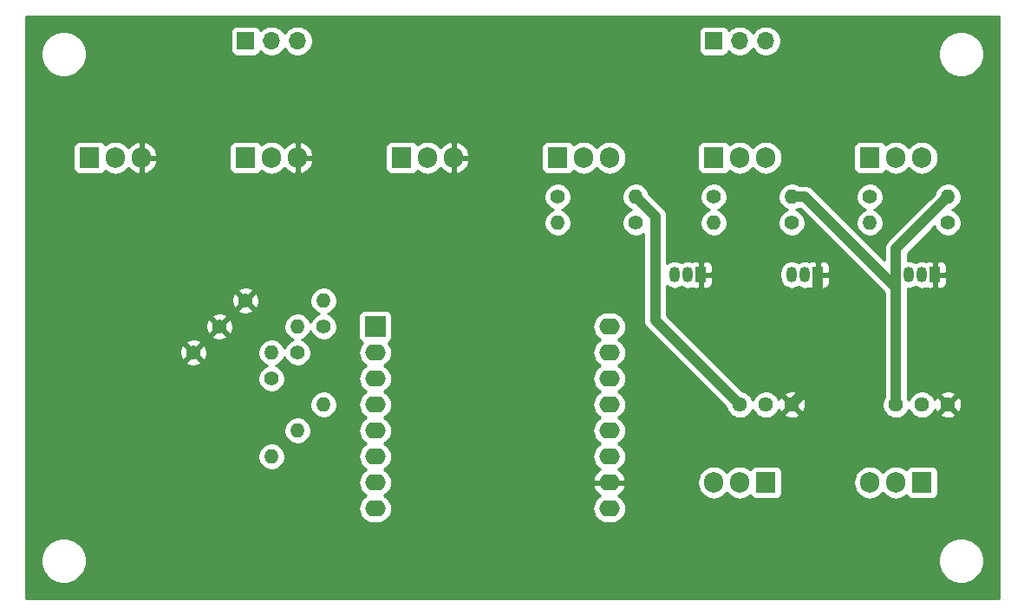
<source format=gbr>
%TF.GenerationSoftware,KiCad,Pcbnew,(5.1.9)-1*%
%TF.CreationDate,2021-10-10T23:20:05-06:00*%
%TF.ProjectId,daBat,64614261-742e-46b6-9963-61645f706362,rev?*%
%TF.SameCoordinates,Original*%
%TF.FileFunction,Copper,L2,Bot*%
%TF.FilePolarity,Positive*%
%FSLAX46Y46*%
G04 Gerber Fmt 4.6, Leading zero omitted, Abs format (unit mm)*
G04 Created by KiCad (PCBNEW (5.1.9)-1) date 2021-10-10 23:20:05*
%MOMM*%
%LPD*%
G01*
G04 APERTURE LIST*
%TA.AperFunction,ComponentPad*%
%ADD10O,1.905000X2.000000*%
%TD*%
%TA.AperFunction,ComponentPad*%
%ADD11R,1.905000X2.000000*%
%TD*%
%TA.AperFunction,ComponentPad*%
%ADD12O,2.000000X1.600000*%
%TD*%
%TA.AperFunction,ComponentPad*%
%ADD13R,2.000000X2.000000*%
%TD*%
%TA.AperFunction,ComponentPad*%
%ADD14C,1.440000*%
%TD*%
%TA.AperFunction,ComponentPad*%
%ADD15O,1.400000X1.400000*%
%TD*%
%TA.AperFunction,ComponentPad*%
%ADD16C,1.400000*%
%TD*%
%TA.AperFunction,ComponentPad*%
%ADD17R,1.050000X1.500000*%
%TD*%
%TA.AperFunction,ComponentPad*%
%ADD18O,1.050000X1.500000*%
%TD*%
%TA.AperFunction,ComponentPad*%
%ADD19O,1.700000X1.700000*%
%TD*%
%TA.AperFunction,ComponentPad*%
%ADD20R,1.700000X1.700000*%
%TD*%
%TA.AperFunction,Conductor*%
%ADD21C,1.000000*%
%TD*%
%TA.AperFunction,Conductor*%
%ADD22C,0.254000*%
%TD*%
%TA.AperFunction,Conductor*%
%ADD23C,0.100000*%
%TD*%
G04 APERTURE END LIST*
D10*
%TO.P,Q8,3*%
%TO.N,GND*%
X129540000Y-63500000D03*
%TO.P,Q8,2*%
%TO.N,headerGND3*%
X127000000Y-63500000D03*
D11*
%TO.P,Q8,1*%
%TO.N,Net-(Q8-Pad1)*%
X124460000Y-63500000D03*
%TD*%
D10*
%TO.P,Q5,3*%
%TO.N,GND*%
X114300000Y-63500000D03*
%TO.P,Q5,2*%
%TO.N,headerGND2*%
X111760000Y-63500000D03*
D11*
%TO.P,Q5,1*%
%TO.N,Net-(Q5-Pad1)*%
X109220000Y-63500000D03*
%TD*%
D10*
%TO.P,Q2,3*%
%TO.N,GND*%
X99060000Y-63500000D03*
%TO.P,Q2,2*%
%TO.N,headerGND1*%
X96520000Y-63500000D03*
D11*
%TO.P,Q2,1*%
%TO.N,Net-(Q2-Pad1)*%
X93980000Y-63500000D03*
%TD*%
D12*
%TO.P,U3,16*%
%TO.N,Net-(U3-Pad16)*%
X144740000Y-80010000D03*
%TO.P,U3,15*%
%TO.N,Net-(U3-Pad15)*%
X144740000Y-82550000D03*
%TO.P,U3,14*%
%TO.N,Net-(U3-Pad14)*%
X144740000Y-85090000D03*
%TO.P,U3,13*%
%TO.N,Net-(Q1-Pad2)*%
X144740000Y-87630000D03*
%TO.P,U3,12*%
%TO.N,Net-(Q4-Pad2)*%
X144740000Y-90170000D03*
%TO.P,U3,11*%
%TO.N,Net-(Q7-Pad2)*%
X144740000Y-92710000D03*
%TO.P,U3,10*%
%TO.N,GND*%
X144740000Y-95250000D03*
%TO.P,U3,9*%
%TO.N,5vUSB*%
X144740000Y-97790000D03*
%TO.P,U3,8*%
%TO.N,Net-(U3-Pad8)*%
X121880000Y-97790000D03*
%TO.P,U3,7*%
%TO.N,Net-(U3-Pad7)*%
X121880000Y-95250000D03*
%TO.P,U3,6*%
%TO.N,Net-(R1-Pad2)*%
X121880000Y-92710000D03*
%TO.P,U3,5*%
%TO.N,Net-(R5-Pad2)*%
X121880000Y-90170000D03*
%TO.P,U3,4*%
%TO.N,Net-(R9-Pad2)*%
X121880000Y-87630000D03*
%TO.P,U3,3*%
%TO.N,Net-(U3-Pad3)*%
X121880000Y-85090000D03*
D13*
%TO.P,U3,1*%
%TO.N,Net-(U3-Pad1)*%
X121880000Y-80010000D03*
D12*
%TO.P,U3,2*%
%TO.N,Net-(U3-Pad2)*%
X121880000Y-82550000D03*
%TD*%
D10*
%TO.P,U2,3*%
%TO.N,5vUSB*%
X154940000Y-95250000D03*
%TO.P,U2,2*%
%TO.N,2.1v*%
X157480000Y-95250000D03*
D11*
%TO.P,U2,1*%
%TO.N,Net-(RV2-Pad2)*%
X160020000Y-95250000D03*
%TD*%
D10*
%TO.P,U1,3*%
%TO.N,5vUSB*%
X170180000Y-95250000D03*
%TO.P,U1,2*%
%TO.N,3.2v*%
X172720000Y-95250000D03*
D11*
%TO.P,U1,1*%
%TO.N,Net-(RV1-Pad2)*%
X175260000Y-95250000D03*
%TD*%
D14*
%TO.P,RV2,3*%
%TO.N,GND*%
X162560000Y-87630000D03*
%TO.P,RV2,2*%
%TO.N,Net-(RV2-Pad2)*%
X160020000Y-87630000D03*
%TO.P,RV2,1*%
%TO.N,2.1v*%
X157480000Y-87630000D03*
%TD*%
%TO.P,RV1,3*%
%TO.N,GND*%
X177800000Y-87630000D03*
%TO.P,RV1,2*%
%TO.N,Net-(RV1-Pad2)*%
X175260000Y-87630000D03*
%TO.P,RV1,1*%
%TO.N,3.2v*%
X172720000Y-87630000D03*
%TD*%
D15*
%TO.P,R12,2*%
%TO.N,Net-(Q9-Pad1)*%
X170180000Y-69850000D03*
D16*
%TO.P,R12,1*%
%TO.N,Net-(Q7-Pad3)*%
X177800000Y-69850000D03*
%TD*%
D15*
%TO.P,R11,2*%
%TO.N,3.2v*%
X177800000Y-67310000D03*
D16*
%TO.P,R11,1*%
%TO.N,Net-(Q9-Pad1)*%
X170180000Y-67310000D03*
%TD*%
%TO.P,R10,1*%
%TO.N,GND*%
X109220000Y-77470000D03*
D15*
%TO.P,R10,2*%
%TO.N,Net-(Q8-Pad1)*%
X116840000Y-77470000D03*
%TD*%
D16*
%TO.P,R9,1*%
%TO.N,Net-(Q8-Pad1)*%
X116840000Y-80010000D03*
D15*
%TO.P,R9,2*%
%TO.N,Net-(R9-Pad2)*%
X116840000Y-87630000D03*
%TD*%
%TO.P,R8,2*%
%TO.N,Net-(Q6-Pad1)*%
X154940000Y-69850000D03*
D16*
%TO.P,R8,1*%
%TO.N,Net-(Q4-Pad3)*%
X162560000Y-69850000D03*
%TD*%
D15*
%TO.P,R7,2*%
%TO.N,3.2v*%
X162560000Y-67310000D03*
D16*
%TO.P,R7,1*%
%TO.N,Net-(Q6-Pad1)*%
X154940000Y-67310000D03*
%TD*%
%TO.P,R6,1*%
%TO.N,GND*%
X106680000Y-80010000D03*
D15*
%TO.P,R6,2*%
%TO.N,Net-(Q5-Pad1)*%
X114300000Y-80010000D03*
%TD*%
D16*
%TO.P,R5,1*%
%TO.N,Net-(Q5-Pad1)*%
X114300000Y-82550000D03*
D15*
%TO.P,R5,2*%
%TO.N,Net-(R5-Pad2)*%
X114300000Y-90170000D03*
%TD*%
%TO.P,R4,2*%
%TO.N,Net-(Q3-Pad1)*%
X139700000Y-69850000D03*
D16*
%TO.P,R4,1*%
%TO.N,Net-(Q1-Pad3)*%
X147320000Y-69850000D03*
%TD*%
D15*
%TO.P,R3,2*%
%TO.N,2.1v*%
X147320000Y-67310000D03*
D16*
%TO.P,R3,1*%
%TO.N,Net-(Q3-Pad1)*%
X139700000Y-67310000D03*
%TD*%
%TO.P,R2,1*%
%TO.N,GND*%
X104140000Y-82550000D03*
D15*
%TO.P,R2,2*%
%TO.N,Net-(Q2-Pad1)*%
X111760000Y-82550000D03*
%TD*%
D16*
%TO.P,R1,1*%
%TO.N,Net-(Q2-Pad1)*%
X111760000Y-85090000D03*
D15*
%TO.P,R1,2*%
%TO.N,Net-(R1-Pad2)*%
X111760000Y-92710000D03*
%TD*%
D10*
%TO.P,Q9,3*%
%TO.N,3.2v*%
X175260000Y-63500000D03*
%TO.P,Q9,2*%
%TO.N,headerB*%
X172720000Y-63500000D03*
D11*
%TO.P,Q9,1*%
%TO.N,Net-(Q9-Pad1)*%
X170180000Y-63500000D03*
%TD*%
D17*
%TO.P,Q7,1*%
%TO.N,GND*%
X176530000Y-74930000D03*
D18*
%TO.P,Q7,3*%
%TO.N,Net-(Q7-Pad3)*%
X173990000Y-74930000D03*
%TO.P,Q7,2*%
%TO.N,Net-(Q7-Pad2)*%
X175260000Y-74930000D03*
%TD*%
D10*
%TO.P,Q6,3*%
%TO.N,3.2v*%
X160020000Y-63500000D03*
%TO.P,Q6,2*%
%TO.N,headerG*%
X157480000Y-63500000D03*
D11*
%TO.P,Q6,1*%
%TO.N,Net-(Q6-Pad1)*%
X154940000Y-63500000D03*
%TD*%
D17*
%TO.P,Q4,1*%
%TO.N,GND*%
X165100000Y-74930000D03*
D18*
%TO.P,Q4,3*%
%TO.N,Net-(Q4-Pad3)*%
X162560000Y-74930000D03*
%TO.P,Q4,2*%
%TO.N,Net-(Q4-Pad2)*%
X163830000Y-74930000D03*
%TD*%
D10*
%TO.P,Q3,3*%
%TO.N,2.1v*%
X144780000Y-63500000D03*
%TO.P,Q3,2*%
%TO.N,headerR*%
X142240000Y-63500000D03*
D11*
%TO.P,Q3,1*%
%TO.N,Net-(Q3-Pad1)*%
X139700000Y-63500000D03*
%TD*%
D17*
%TO.P,Q1,1*%
%TO.N,GND*%
X153670000Y-74930000D03*
D18*
%TO.P,Q1,3*%
%TO.N,Net-(Q1-Pad3)*%
X151130000Y-74930000D03*
%TO.P,Q1,2*%
%TO.N,Net-(Q1-Pad2)*%
X152400000Y-74930000D03*
%TD*%
D19*
%TO.P,J2,3*%
%TO.N,headerGND3*%
X114300000Y-52070000D03*
%TO.P,J2,2*%
%TO.N,headerGND2*%
X111760000Y-52070000D03*
D20*
%TO.P,J2,1*%
%TO.N,headerGND1*%
X109220000Y-52070000D03*
%TD*%
D19*
%TO.P,J1,3*%
%TO.N,headerB*%
X160020000Y-52070000D03*
%TO.P,J1,2*%
%TO.N,headerG*%
X157480000Y-52070000D03*
D20*
%TO.P,J1,1*%
%TO.N,headerR*%
X154940000Y-52070000D03*
%TD*%
D21*
%TO.N,GND*%
X165100000Y-85090000D02*
X162560000Y-87630000D01*
X165100000Y-74930000D02*
X165100000Y-85090000D01*
%TO.N,2.1v*%
X149904990Y-80054990D02*
X157480000Y-87630000D01*
X149225000Y-69215000D02*
X149225000Y-79375000D01*
X149225000Y-79375000D02*
X149904990Y-80054990D01*
X147320000Y-67310000D02*
X149225000Y-69215000D01*
%TO.N,3.2v*%
X162560000Y-67310000D02*
X163830000Y-67310000D01*
X172720000Y-76200000D02*
X172720000Y-87630000D01*
X163830000Y-67310000D02*
X172720000Y-76200000D01*
X172720000Y-72390000D02*
X172720000Y-76200000D01*
X177800000Y-67310000D02*
X172720000Y-72390000D01*
%TD*%
D22*
%TO.N,GND*%
X182753000Y-106553000D02*
X87757000Y-106553000D01*
X87757000Y-102649872D01*
X89205000Y-102649872D01*
X89205000Y-103090128D01*
X89290890Y-103521925D01*
X89459369Y-103928669D01*
X89703962Y-104294729D01*
X90015271Y-104606038D01*
X90381331Y-104850631D01*
X90788075Y-105019110D01*
X91219872Y-105105000D01*
X91660128Y-105105000D01*
X92091925Y-105019110D01*
X92498669Y-104850631D01*
X92864729Y-104606038D01*
X93176038Y-104294729D01*
X93420631Y-103928669D01*
X93589110Y-103521925D01*
X93675000Y-103090128D01*
X93675000Y-102649872D01*
X176835000Y-102649872D01*
X176835000Y-103090128D01*
X176920890Y-103521925D01*
X177089369Y-103928669D01*
X177333962Y-104294729D01*
X177645271Y-104606038D01*
X178011331Y-104850631D01*
X178418075Y-105019110D01*
X178849872Y-105105000D01*
X179290128Y-105105000D01*
X179721925Y-105019110D01*
X180128669Y-104850631D01*
X180494729Y-104606038D01*
X180806038Y-104294729D01*
X181050631Y-103928669D01*
X181219110Y-103521925D01*
X181305000Y-103090128D01*
X181305000Y-102649872D01*
X181219110Y-102218075D01*
X181050631Y-101811331D01*
X180806038Y-101445271D01*
X180494729Y-101133962D01*
X180128669Y-100889369D01*
X179721925Y-100720890D01*
X179290128Y-100635000D01*
X178849872Y-100635000D01*
X178418075Y-100720890D01*
X178011331Y-100889369D01*
X177645271Y-101133962D01*
X177333962Y-101445271D01*
X177089369Y-101811331D01*
X176920890Y-102218075D01*
X176835000Y-102649872D01*
X93675000Y-102649872D01*
X93589110Y-102218075D01*
X93420631Y-101811331D01*
X93176038Y-101445271D01*
X92864729Y-101133962D01*
X92498669Y-100889369D01*
X92091925Y-100720890D01*
X91660128Y-100635000D01*
X91219872Y-100635000D01*
X90788075Y-100720890D01*
X90381331Y-100889369D01*
X90015271Y-101133962D01*
X89703962Y-101445271D01*
X89459369Y-101811331D01*
X89290890Y-102218075D01*
X89205000Y-102649872D01*
X87757000Y-102649872D01*
X87757000Y-92578514D01*
X110425000Y-92578514D01*
X110425000Y-92841486D01*
X110476304Y-93099405D01*
X110576939Y-93342359D01*
X110723038Y-93561013D01*
X110908987Y-93746962D01*
X111127641Y-93893061D01*
X111370595Y-93993696D01*
X111628514Y-94045000D01*
X111891486Y-94045000D01*
X112149405Y-93993696D01*
X112392359Y-93893061D01*
X112611013Y-93746962D01*
X112796962Y-93561013D01*
X112943061Y-93342359D01*
X113043696Y-93099405D01*
X113095000Y-92841486D01*
X113095000Y-92578514D01*
X113043696Y-92320595D01*
X112943061Y-92077641D01*
X112796962Y-91858987D01*
X112611013Y-91673038D01*
X112392359Y-91526939D01*
X112149405Y-91426304D01*
X111891486Y-91375000D01*
X111628514Y-91375000D01*
X111370595Y-91426304D01*
X111127641Y-91526939D01*
X110908987Y-91673038D01*
X110723038Y-91858987D01*
X110576939Y-92077641D01*
X110476304Y-92320595D01*
X110425000Y-92578514D01*
X87757000Y-92578514D01*
X87757000Y-90038514D01*
X112965000Y-90038514D01*
X112965000Y-90301486D01*
X113016304Y-90559405D01*
X113116939Y-90802359D01*
X113263038Y-91021013D01*
X113448987Y-91206962D01*
X113667641Y-91353061D01*
X113910595Y-91453696D01*
X114168514Y-91505000D01*
X114431486Y-91505000D01*
X114689405Y-91453696D01*
X114932359Y-91353061D01*
X115151013Y-91206962D01*
X115336962Y-91021013D01*
X115483061Y-90802359D01*
X115583696Y-90559405D01*
X115635000Y-90301486D01*
X115635000Y-90038514D01*
X115583696Y-89780595D01*
X115483061Y-89537641D01*
X115336962Y-89318987D01*
X115151013Y-89133038D01*
X114932359Y-88986939D01*
X114689405Y-88886304D01*
X114431486Y-88835000D01*
X114168514Y-88835000D01*
X113910595Y-88886304D01*
X113667641Y-88986939D01*
X113448987Y-89133038D01*
X113263038Y-89318987D01*
X113116939Y-89537641D01*
X113016304Y-89780595D01*
X112965000Y-90038514D01*
X87757000Y-90038514D01*
X87757000Y-87498514D01*
X115505000Y-87498514D01*
X115505000Y-87761486D01*
X115556304Y-88019405D01*
X115656939Y-88262359D01*
X115803038Y-88481013D01*
X115988987Y-88666962D01*
X116207641Y-88813061D01*
X116450595Y-88913696D01*
X116708514Y-88965000D01*
X116971486Y-88965000D01*
X117229405Y-88913696D01*
X117472359Y-88813061D01*
X117691013Y-88666962D01*
X117876962Y-88481013D01*
X118023061Y-88262359D01*
X118123696Y-88019405D01*
X118175000Y-87761486D01*
X118175000Y-87498514D01*
X118123696Y-87240595D01*
X118023061Y-86997641D01*
X117876962Y-86778987D01*
X117691013Y-86593038D01*
X117472359Y-86446939D01*
X117229405Y-86346304D01*
X116971486Y-86295000D01*
X116708514Y-86295000D01*
X116450595Y-86346304D01*
X116207641Y-86446939D01*
X115988987Y-86593038D01*
X115803038Y-86778987D01*
X115656939Y-86997641D01*
X115556304Y-87240595D01*
X115505000Y-87498514D01*
X87757000Y-87498514D01*
X87757000Y-83471269D01*
X103398336Y-83471269D01*
X103457797Y-83705037D01*
X103696242Y-83815934D01*
X103951740Y-83878183D01*
X104214473Y-83889390D01*
X104474344Y-83849125D01*
X104721366Y-83758935D01*
X104822203Y-83705037D01*
X104881664Y-83471269D01*
X104140000Y-82729605D01*
X103398336Y-83471269D01*
X87757000Y-83471269D01*
X87757000Y-82624473D01*
X102800610Y-82624473D01*
X102840875Y-82884344D01*
X102931065Y-83131366D01*
X102984963Y-83232203D01*
X103218731Y-83291664D01*
X103960395Y-82550000D01*
X104319605Y-82550000D01*
X105061269Y-83291664D01*
X105295037Y-83232203D01*
X105405934Y-82993758D01*
X105468183Y-82738260D01*
X105479390Y-82475527D01*
X105470557Y-82418514D01*
X110425000Y-82418514D01*
X110425000Y-82681486D01*
X110476304Y-82939405D01*
X110576939Y-83182359D01*
X110723038Y-83401013D01*
X110908987Y-83586962D01*
X111127641Y-83733061D01*
X111337530Y-83820000D01*
X111127641Y-83906939D01*
X110908987Y-84053038D01*
X110723038Y-84238987D01*
X110576939Y-84457641D01*
X110476304Y-84700595D01*
X110425000Y-84958514D01*
X110425000Y-85221486D01*
X110476304Y-85479405D01*
X110576939Y-85722359D01*
X110723038Y-85941013D01*
X110908987Y-86126962D01*
X111127641Y-86273061D01*
X111370595Y-86373696D01*
X111628514Y-86425000D01*
X111891486Y-86425000D01*
X112149405Y-86373696D01*
X112392359Y-86273061D01*
X112611013Y-86126962D01*
X112796962Y-85941013D01*
X112943061Y-85722359D01*
X113043696Y-85479405D01*
X113095000Y-85221486D01*
X113095000Y-84958514D01*
X113043696Y-84700595D01*
X112943061Y-84457641D01*
X112796962Y-84238987D01*
X112611013Y-84053038D01*
X112392359Y-83906939D01*
X112182470Y-83820000D01*
X112392359Y-83733061D01*
X112611013Y-83586962D01*
X112796962Y-83401013D01*
X112943061Y-83182359D01*
X113030000Y-82972470D01*
X113116939Y-83182359D01*
X113263038Y-83401013D01*
X113448987Y-83586962D01*
X113667641Y-83733061D01*
X113910595Y-83833696D01*
X114168514Y-83885000D01*
X114431486Y-83885000D01*
X114689405Y-83833696D01*
X114932359Y-83733061D01*
X115151013Y-83586962D01*
X115336962Y-83401013D01*
X115483061Y-83182359D01*
X115583696Y-82939405D01*
X115635000Y-82681486D01*
X115635000Y-82550000D01*
X120238057Y-82550000D01*
X120265764Y-82831309D01*
X120347818Y-83101808D01*
X120481068Y-83351101D01*
X120660392Y-83569608D01*
X120878899Y-83748932D01*
X121011858Y-83820000D01*
X120878899Y-83891068D01*
X120660392Y-84070392D01*
X120481068Y-84288899D01*
X120347818Y-84538192D01*
X120265764Y-84808691D01*
X120238057Y-85090000D01*
X120265764Y-85371309D01*
X120347818Y-85641808D01*
X120481068Y-85891101D01*
X120660392Y-86109608D01*
X120878899Y-86288932D01*
X121011858Y-86360000D01*
X120878899Y-86431068D01*
X120660392Y-86610392D01*
X120481068Y-86828899D01*
X120347818Y-87078192D01*
X120265764Y-87348691D01*
X120238057Y-87630000D01*
X120265764Y-87911309D01*
X120347818Y-88181808D01*
X120481068Y-88431101D01*
X120660392Y-88649608D01*
X120878899Y-88828932D01*
X121011858Y-88900000D01*
X120878899Y-88971068D01*
X120660392Y-89150392D01*
X120481068Y-89368899D01*
X120347818Y-89618192D01*
X120265764Y-89888691D01*
X120238057Y-90170000D01*
X120265764Y-90451309D01*
X120347818Y-90721808D01*
X120481068Y-90971101D01*
X120660392Y-91189608D01*
X120878899Y-91368932D01*
X121011858Y-91440000D01*
X120878899Y-91511068D01*
X120660392Y-91690392D01*
X120481068Y-91908899D01*
X120347818Y-92158192D01*
X120265764Y-92428691D01*
X120238057Y-92710000D01*
X120265764Y-92991309D01*
X120347818Y-93261808D01*
X120481068Y-93511101D01*
X120660392Y-93729608D01*
X120878899Y-93908932D01*
X121011858Y-93980000D01*
X120878899Y-94051068D01*
X120660392Y-94230392D01*
X120481068Y-94448899D01*
X120347818Y-94698192D01*
X120265764Y-94968691D01*
X120238057Y-95250000D01*
X120265764Y-95531309D01*
X120347818Y-95801808D01*
X120481068Y-96051101D01*
X120660392Y-96269608D01*
X120878899Y-96448932D01*
X121011858Y-96520000D01*
X120878899Y-96591068D01*
X120660392Y-96770392D01*
X120481068Y-96988899D01*
X120347818Y-97238192D01*
X120265764Y-97508691D01*
X120238057Y-97790000D01*
X120265764Y-98071309D01*
X120347818Y-98341808D01*
X120481068Y-98591101D01*
X120660392Y-98809608D01*
X120878899Y-98988932D01*
X121128192Y-99122182D01*
X121398691Y-99204236D01*
X121609508Y-99225000D01*
X122150492Y-99225000D01*
X122361309Y-99204236D01*
X122631808Y-99122182D01*
X122881101Y-98988932D01*
X123099608Y-98809608D01*
X123278932Y-98591101D01*
X123412182Y-98341808D01*
X123494236Y-98071309D01*
X123521943Y-97790000D01*
X143098057Y-97790000D01*
X143125764Y-98071309D01*
X143207818Y-98341808D01*
X143341068Y-98591101D01*
X143520392Y-98809608D01*
X143738899Y-98988932D01*
X143988192Y-99122182D01*
X144258691Y-99204236D01*
X144469508Y-99225000D01*
X145010492Y-99225000D01*
X145221309Y-99204236D01*
X145491808Y-99122182D01*
X145741101Y-98988932D01*
X145959608Y-98809608D01*
X146138932Y-98591101D01*
X146272182Y-98341808D01*
X146354236Y-98071309D01*
X146381943Y-97790000D01*
X146354236Y-97508691D01*
X146272182Y-97238192D01*
X146138932Y-96988899D01*
X145959608Y-96770392D01*
X145741101Y-96591068D01*
X145611655Y-96521878D01*
X145629227Y-96514430D01*
X145862662Y-96355673D01*
X146060639Y-96154425D01*
X146215551Y-95918421D01*
X146321444Y-95656730D01*
X146331904Y-95599039D01*
X146209915Y-95377000D01*
X144867000Y-95377000D01*
X144867000Y-95397000D01*
X144613000Y-95397000D01*
X144613000Y-95377000D01*
X143270085Y-95377000D01*
X143148096Y-95599039D01*
X143158556Y-95656730D01*
X143264449Y-95918421D01*
X143419361Y-96154425D01*
X143617338Y-96355673D01*
X143850773Y-96514430D01*
X143868345Y-96521878D01*
X143738899Y-96591068D01*
X143520392Y-96770392D01*
X143341068Y-96988899D01*
X143207818Y-97238192D01*
X143125764Y-97508691D01*
X143098057Y-97790000D01*
X123521943Y-97790000D01*
X123494236Y-97508691D01*
X123412182Y-97238192D01*
X123278932Y-96988899D01*
X123099608Y-96770392D01*
X122881101Y-96591068D01*
X122748142Y-96520000D01*
X122881101Y-96448932D01*
X123099608Y-96269608D01*
X123278932Y-96051101D01*
X123412182Y-95801808D01*
X123494236Y-95531309D01*
X123521943Y-95250000D01*
X123509584Y-95124514D01*
X153352500Y-95124514D01*
X153352500Y-95375485D01*
X153375470Y-95608703D01*
X153466245Y-95907948D01*
X153613655Y-96183734D01*
X153812037Y-96425463D01*
X154053765Y-96623845D01*
X154329551Y-96771255D01*
X154628796Y-96862030D01*
X154940000Y-96892681D01*
X155251203Y-96862030D01*
X155550448Y-96771255D01*
X155826234Y-96623845D01*
X156067963Y-96425463D01*
X156210000Y-96252391D01*
X156352037Y-96425463D01*
X156593765Y-96623845D01*
X156869551Y-96771255D01*
X157168796Y-96862030D01*
X157480000Y-96892681D01*
X157791203Y-96862030D01*
X158090448Y-96771255D01*
X158366234Y-96623845D01*
X158492095Y-96520553D01*
X158536963Y-96604494D01*
X158616315Y-96701185D01*
X158713006Y-96780537D01*
X158823320Y-96839502D01*
X158943018Y-96875812D01*
X159067500Y-96888072D01*
X160972500Y-96888072D01*
X161096982Y-96875812D01*
X161216680Y-96839502D01*
X161326994Y-96780537D01*
X161423685Y-96701185D01*
X161503037Y-96604494D01*
X161562002Y-96494180D01*
X161598312Y-96374482D01*
X161610572Y-96250000D01*
X161610572Y-95124514D01*
X168592500Y-95124514D01*
X168592500Y-95375485D01*
X168615470Y-95608703D01*
X168706245Y-95907948D01*
X168853655Y-96183734D01*
X169052037Y-96425463D01*
X169293765Y-96623845D01*
X169569551Y-96771255D01*
X169868796Y-96862030D01*
X170180000Y-96892681D01*
X170491203Y-96862030D01*
X170790448Y-96771255D01*
X171066234Y-96623845D01*
X171307963Y-96425463D01*
X171450000Y-96252391D01*
X171592037Y-96425463D01*
X171833765Y-96623845D01*
X172109551Y-96771255D01*
X172408796Y-96862030D01*
X172720000Y-96892681D01*
X173031203Y-96862030D01*
X173330448Y-96771255D01*
X173606234Y-96623845D01*
X173732095Y-96520553D01*
X173776963Y-96604494D01*
X173856315Y-96701185D01*
X173953006Y-96780537D01*
X174063320Y-96839502D01*
X174183018Y-96875812D01*
X174307500Y-96888072D01*
X176212500Y-96888072D01*
X176336982Y-96875812D01*
X176456680Y-96839502D01*
X176566994Y-96780537D01*
X176663685Y-96701185D01*
X176743037Y-96604494D01*
X176802002Y-96494180D01*
X176838312Y-96374482D01*
X176850572Y-96250000D01*
X176850572Y-94250000D01*
X176838312Y-94125518D01*
X176802002Y-94005820D01*
X176743037Y-93895506D01*
X176663685Y-93798815D01*
X176566994Y-93719463D01*
X176456680Y-93660498D01*
X176336982Y-93624188D01*
X176212500Y-93611928D01*
X174307500Y-93611928D01*
X174183018Y-93624188D01*
X174063320Y-93660498D01*
X173953006Y-93719463D01*
X173856315Y-93798815D01*
X173776963Y-93895506D01*
X173732095Y-93979446D01*
X173606235Y-93876155D01*
X173330449Y-93728745D01*
X173031204Y-93637970D01*
X172720000Y-93607319D01*
X172408797Y-93637970D01*
X172109552Y-93728745D01*
X171833766Y-93876155D01*
X171592037Y-94074537D01*
X171450000Y-94247609D01*
X171307963Y-94074537D01*
X171066235Y-93876155D01*
X170790449Y-93728745D01*
X170491204Y-93637970D01*
X170180000Y-93607319D01*
X169868797Y-93637970D01*
X169569552Y-93728745D01*
X169293766Y-93876155D01*
X169052037Y-94074537D01*
X168853655Y-94316265D01*
X168706245Y-94592051D01*
X168615470Y-94891296D01*
X168592500Y-95124514D01*
X161610572Y-95124514D01*
X161610572Y-94250000D01*
X161598312Y-94125518D01*
X161562002Y-94005820D01*
X161503037Y-93895506D01*
X161423685Y-93798815D01*
X161326994Y-93719463D01*
X161216680Y-93660498D01*
X161096982Y-93624188D01*
X160972500Y-93611928D01*
X159067500Y-93611928D01*
X158943018Y-93624188D01*
X158823320Y-93660498D01*
X158713006Y-93719463D01*
X158616315Y-93798815D01*
X158536963Y-93895506D01*
X158492095Y-93979446D01*
X158366235Y-93876155D01*
X158090449Y-93728745D01*
X157791204Y-93637970D01*
X157480000Y-93607319D01*
X157168797Y-93637970D01*
X156869552Y-93728745D01*
X156593766Y-93876155D01*
X156352037Y-94074537D01*
X156210000Y-94247609D01*
X156067963Y-94074537D01*
X155826235Y-93876155D01*
X155550449Y-93728745D01*
X155251204Y-93637970D01*
X154940000Y-93607319D01*
X154628797Y-93637970D01*
X154329552Y-93728745D01*
X154053766Y-93876155D01*
X153812037Y-94074537D01*
X153613655Y-94316265D01*
X153466245Y-94592051D01*
X153375470Y-94891296D01*
X153352500Y-95124514D01*
X123509584Y-95124514D01*
X123494236Y-94968691D01*
X123412182Y-94698192D01*
X123278932Y-94448899D01*
X123099608Y-94230392D01*
X122881101Y-94051068D01*
X122748142Y-93980000D01*
X122881101Y-93908932D01*
X123099608Y-93729608D01*
X123278932Y-93511101D01*
X123412182Y-93261808D01*
X123494236Y-92991309D01*
X123521943Y-92710000D01*
X123494236Y-92428691D01*
X123412182Y-92158192D01*
X123278932Y-91908899D01*
X123099608Y-91690392D01*
X122881101Y-91511068D01*
X122748142Y-91440000D01*
X122881101Y-91368932D01*
X123099608Y-91189608D01*
X123278932Y-90971101D01*
X123412182Y-90721808D01*
X123494236Y-90451309D01*
X123521943Y-90170000D01*
X123494236Y-89888691D01*
X123412182Y-89618192D01*
X123278932Y-89368899D01*
X123099608Y-89150392D01*
X122881101Y-88971068D01*
X122748142Y-88900000D01*
X122881101Y-88828932D01*
X123099608Y-88649608D01*
X123278932Y-88431101D01*
X123412182Y-88181808D01*
X123494236Y-87911309D01*
X123521943Y-87630000D01*
X123494236Y-87348691D01*
X123412182Y-87078192D01*
X123278932Y-86828899D01*
X123099608Y-86610392D01*
X122881101Y-86431068D01*
X122748142Y-86360000D01*
X122881101Y-86288932D01*
X123099608Y-86109608D01*
X123278932Y-85891101D01*
X123412182Y-85641808D01*
X123494236Y-85371309D01*
X123521943Y-85090000D01*
X123494236Y-84808691D01*
X123412182Y-84538192D01*
X123278932Y-84288899D01*
X123099608Y-84070392D01*
X122881101Y-83891068D01*
X122748142Y-83820000D01*
X122881101Y-83748932D01*
X123099608Y-83569608D01*
X123278932Y-83351101D01*
X123412182Y-83101808D01*
X123494236Y-82831309D01*
X123521943Y-82550000D01*
X123494236Y-82268691D01*
X123412182Y-81998192D01*
X123278932Y-81748899D01*
X123146524Y-81587559D01*
X123234494Y-81540537D01*
X123331185Y-81461185D01*
X123410537Y-81364494D01*
X123469502Y-81254180D01*
X123505812Y-81134482D01*
X123518072Y-81010000D01*
X123518072Y-80010000D01*
X143098057Y-80010000D01*
X143125764Y-80291309D01*
X143207818Y-80561808D01*
X143341068Y-80811101D01*
X143520392Y-81029608D01*
X143738899Y-81208932D01*
X143871858Y-81280000D01*
X143738899Y-81351068D01*
X143520392Y-81530392D01*
X143341068Y-81748899D01*
X143207818Y-81998192D01*
X143125764Y-82268691D01*
X143098057Y-82550000D01*
X143125764Y-82831309D01*
X143207818Y-83101808D01*
X143341068Y-83351101D01*
X143520392Y-83569608D01*
X143738899Y-83748932D01*
X143871858Y-83820000D01*
X143738899Y-83891068D01*
X143520392Y-84070392D01*
X143341068Y-84288899D01*
X143207818Y-84538192D01*
X143125764Y-84808691D01*
X143098057Y-85090000D01*
X143125764Y-85371309D01*
X143207818Y-85641808D01*
X143341068Y-85891101D01*
X143520392Y-86109608D01*
X143738899Y-86288932D01*
X143871858Y-86360000D01*
X143738899Y-86431068D01*
X143520392Y-86610392D01*
X143341068Y-86828899D01*
X143207818Y-87078192D01*
X143125764Y-87348691D01*
X143098057Y-87630000D01*
X143125764Y-87911309D01*
X143207818Y-88181808D01*
X143341068Y-88431101D01*
X143520392Y-88649608D01*
X143738899Y-88828932D01*
X143871858Y-88900000D01*
X143738899Y-88971068D01*
X143520392Y-89150392D01*
X143341068Y-89368899D01*
X143207818Y-89618192D01*
X143125764Y-89888691D01*
X143098057Y-90170000D01*
X143125764Y-90451309D01*
X143207818Y-90721808D01*
X143341068Y-90971101D01*
X143520392Y-91189608D01*
X143738899Y-91368932D01*
X143871858Y-91440000D01*
X143738899Y-91511068D01*
X143520392Y-91690392D01*
X143341068Y-91908899D01*
X143207818Y-92158192D01*
X143125764Y-92428691D01*
X143098057Y-92710000D01*
X143125764Y-92991309D01*
X143207818Y-93261808D01*
X143341068Y-93511101D01*
X143520392Y-93729608D01*
X143738899Y-93908932D01*
X143868345Y-93978122D01*
X143850773Y-93985570D01*
X143617338Y-94144327D01*
X143419361Y-94345575D01*
X143264449Y-94581579D01*
X143158556Y-94843270D01*
X143148096Y-94900961D01*
X143270085Y-95123000D01*
X144613000Y-95123000D01*
X144613000Y-95103000D01*
X144867000Y-95103000D01*
X144867000Y-95123000D01*
X146209915Y-95123000D01*
X146331904Y-94900961D01*
X146321444Y-94843270D01*
X146215551Y-94581579D01*
X146060639Y-94345575D01*
X145862662Y-94144327D01*
X145629227Y-93985570D01*
X145611655Y-93978122D01*
X145741101Y-93908932D01*
X145959608Y-93729608D01*
X146138932Y-93511101D01*
X146272182Y-93261808D01*
X146354236Y-92991309D01*
X146381943Y-92710000D01*
X146354236Y-92428691D01*
X146272182Y-92158192D01*
X146138932Y-91908899D01*
X145959608Y-91690392D01*
X145741101Y-91511068D01*
X145608142Y-91440000D01*
X145741101Y-91368932D01*
X145959608Y-91189608D01*
X146138932Y-90971101D01*
X146272182Y-90721808D01*
X146354236Y-90451309D01*
X146381943Y-90170000D01*
X146354236Y-89888691D01*
X146272182Y-89618192D01*
X146138932Y-89368899D01*
X145959608Y-89150392D01*
X145741101Y-88971068D01*
X145608142Y-88900000D01*
X145741101Y-88828932D01*
X145959608Y-88649608D01*
X146138932Y-88431101D01*
X146272182Y-88181808D01*
X146354236Y-87911309D01*
X146381943Y-87630000D01*
X146354236Y-87348691D01*
X146272182Y-87078192D01*
X146138932Y-86828899D01*
X145959608Y-86610392D01*
X145741101Y-86431068D01*
X145608142Y-86360000D01*
X145741101Y-86288932D01*
X145959608Y-86109608D01*
X146138932Y-85891101D01*
X146272182Y-85641808D01*
X146354236Y-85371309D01*
X146381943Y-85090000D01*
X146354236Y-84808691D01*
X146272182Y-84538192D01*
X146138932Y-84288899D01*
X145959608Y-84070392D01*
X145741101Y-83891068D01*
X145608142Y-83820000D01*
X145741101Y-83748932D01*
X145959608Y-83569608D01*
X146138932Y-83351101D01*
X146272182Y-83101808D01*
X146354236Y-82831309D01*
X146381943Y-82550000D01*
X146354236Y-82268691D01*
X146272182Y-81998192D01*
X146138932Y-81748899D01*
X145959608Y-81530392D01*
X145741101Y-81351068D01*
X145608142Y-81280000D01*
X145741101Y-81208932D01*
X145959608Y-81029608D01*
X146138932Y-80811101D01*
X146272182Y-80561808D01*
X146354236Y-80291309D01*
X146381943Y-80010000D01*
X146354236Y-79728691D01*
X146272182Y-79458192D01*
X146138932Y-79208899D01*
X145959608Y-78990392D01*
X145741101Y-78811068D01*
X145491808Y-78677818D01*
X145221309Y-78595764D01*
X145010492Y-78575000D01*
X144469508Y-78575000D01*
X144258691Y-78595764D01*
X143988192Y-78677818D01*
X143738899Y-78811068D01*
X143520392Y-78990392D01*
X143341068Y-79208899D01*
X143207818Y-79458192D01*
X143125764Y-79728691D01*
X143098057Y-80010000D01*
X123518072Y-80010000D01*
X123518072Y-79010000D01*
X123505812Y-78885518D01*
X123469502Y-78765820D01*
X123410537Y-78655506D01*
X123331185Y-78558815D01*
X123234494Y-78479463D01*
X123124180Y-78420498D01*
X123004482Y-78384188D01*
X122880000Y-78371928D01*
X120880000Y-78371928D01*
X120755518Y-78384188D01*
X120635820Y-78420498D01*
X120525506Y-78479463D01*
X120428815Y-78558815D01*
X120349463Y-78655506D01*
X120290498Y-78765820D01*
X120254188Y-78885518D01*
X120241928Y-79010000D01*
X120241928Y-81010000D01*
X120254188Y-81134482D01*
X120290498Y-81254180D01*
X120349463Y-81364494D01*
X120428815Y-81461185D01*
X120525506Y-81540537D01*
X120613476Y-81587559D01*
X120481068Y-81748899D01*
X120347818Y-81998192D01*
X120265764Y-82268691D01*
X120238057Y-82550000D01*
X115635000Y-82550000D01*
X115635000Y-82418514D01*
X115583696Y-82160595D01*
X115483061Y-81917641D01*
X115336962Y-81698987D01*
X115151013Y-81513038D01*
X114932359Y-81366939D01*
X114722470Y-81280000D01*
X114932359Y-81193061D01*
X115151013Y-81046962D01*
X115336962Y-80861013D01*
X115483061Y-80642359D01*
X115570000Y-80432470D01*
X115656939Y-80642359D01*
X115803038Y-80861013D01*
X115988987Y-81046962D01*
X116207641Y-81193061D01*
X116450595Y-81293696D01*
X116708514Y-81345000D01*
X116971486Y-81345000D01*
X117229405Y-81293696D01*
X117472359Y-81193061D01*
X117691013Y-81046962D01*
X117876962Y-80861013D01*
X118023061Y-80642359D01*
X118123696Y-80399405D01*
X118175000Y-80141486D01*
X118175000Y-79878514D01*
X118123696Y-79620595D01*
X118023061Y-79377641D01*
X117876962Y-79158987D01*
X117691013Y-78973038D01*
X117472359Y-78826939D01*
X117262470Y-78740000D01*
X117472359Y-78653061D01*
X117691013Y-78506962D01*
X117876962Y-78321013D01*
X118023061Y-78102359D01*
X118123696Y-77859405D01*
X118175000Y-77601486D01*
X118175000Y-77338514D01*
X118123696Y-77080595D01*
X118023061Y-76837641D01*
X117876962Y-76618987D01*
X117691013Y-76433038D01*
X117472359Y-76286939D01*
X117229405Y-76186304D01*
X116971486Y-76135000D01*
X116708514Y-76135000D01*
X116450595Y-76186304D01*
X116207641Y-76286939D01*
X115988987Y-76433038D01*
X115803038Y-76618987D01*
X115656939Y-76837641D01*
X115556304Y-77080595D01*
X115505000Y-77338514D01*
X115505000Y-77601486D01*
X115556304Y-77859405D01*
X115656939Y-78102359D01*
X115803038Y-78321013D01*
X115988987Y-78506962D01*
X116207641Y-78653061D01*
X116417530Y-78740000D01*
X116207641Y-78826939D01*
X115988987Y-78973038D01*
X115803038Y-79158987D01*
X115656939Y-79377641D01*
X115570000Y-79587530D01*
X115483061Y-79377641D01*
X115336962Y-79158987D01*
X115151013Y-78973038D01*
X114932359Y-78826939D01*
X114689405Y-78726304D01*
X114431486Y-78675000D01*
X114168514Y-78675000D01*
X113910595Y-78726304D01*
X113667641Y-78826939D01*
X113448987Y-78973038D01*
X113263038Y-79158987D01*
X113116939Y-79377641D01*
X113016304Y-79620595D01*
X112965000Y-79878514D01*
X112965000Y-80141486D01*
X113016304Y-80399405D01*
X113116939Y-80642359D01*
X113263038Y-80861013D01*
X113448987Y-81046962D01*
X113667641Y-81193061D01*
X113877530Y-81280000D01*
X113667641Y-81366939D01*
X113448987Y-81513038D01*
X113263038Y-81698987D01*
X113116939Y-81917641D01*
X113030000Y-82127530D01*
X112943061Y-81917641D01*
X112796962Y-81698987D01*
X112611013Y-81513038D01*
X112392359Y-81366939D01*
X112149405Y-81266304D01*
X111891486Y-81215000D01*
X111628514Y-81215000D01*
X111370595Y-81266304D01*
X111127641Y-81366939D01*
X110908987Y-81513038D01*
X110723038Y-81698987D01*
X110576939Y-81917641D01*
X110476304Y-82160595D01*
X110425000Y-82418514D01*
X105470557Y-82418514D01*
X105439125Y-82215656D01*
X105348935Y-81968634D01*
X105295037Y-81867797D01*
X105061269Y-81808336D01*
X104319605Y-82550000D01*
X103960395Y-82550000D01*
X103218731Y-81808336D01*
X102984963Y-81867797D01*
X102874066Y-82106242D01*
X102811817Y-82361740D01*
X102800610Y-82624473D01*
X87757000Y-82624473D01*
X87757000Y-81628731D01*
X103398336Y-81628731D01*
X104140000Y-82370395D01*
X104881664Y-81628731D01*
X104822203Y-81394963D01*
X104583758Y-81284066D01*
X104328260Y-81221817D01*
X104065527Y-81210610D01*
X103805656Y-81250875D01*
X103558634Y-81341065D01*
X103457797Y-81394963D01*
X103398336Y-81628731D01*
X87757000Y-81628731D01*
X87757000Y-80931269D01*
X105938336Y-80931269D01*
X105997797Y-81165037D01*
X106236242Y-81275934D01*
X106491740Y-81338183D01*
X106754473Y-81349390D01*
X107014344Y-81309125D01*
X107261366Y-81218935D01*
X107362203Y-81165037D01*
X107421664Y-80931269D01*
X106680000Y-80189605D01*
X105938336Y-80931269D01*
X87757000Y-80931269D01*
X87757000Y-80084473D01*
X105340610Y-80084473D01*
X105380875Y-80344344D01*
X105471065Y-80591366D01*
X105524963Y-80692203D01*
X105758731Y-80751664D01*
X106500395Y-80010000D01*
X106859605Y-80010000D01*
X107601269Y-80751664D01*
X107835037Y-80692203D01*
X107945934Y-80453758D01*
X108008183Y-80198260D01*
X108019390Y-79935527D01*
X107979125Y-79675656D01*
X107888935Y-79428634D01*
X107835037Y-79327797D01*
X107601269Y-79268336D01*
X106859605Y-80010000D01*
X106500395Y-80010000D01*
X105758731Y-79268336D01*
X105524963Y-79327797D01*
X105414066Y-79566242D01*
X105351817Y-79821740D01*
X105340610Y-80084473D01*
X87757000Y-80084473D01*
X87757000Y-79088731D01*
X105938336Y-79088731D01*
X106680000Y-79830395D01*
X107421664Y-79088731D01*
X107362203Y-78854963D01*
X107123758Y-78744066D01*
X106868260Y-78681817D01*
X106605527Y-78670610D01*
X106345656Y-78710875D01*
X106098634Y-78801065D01*
X105997797Y-78854963D01*
X105938336Y-79088731D01*
X87757000Y-79088731D01*
X87757000Y-78391269D01*
X108478336Y-78391269D01*
X108537797Y-78625037D01*
X108776242Y-78735934D01*
X109031740Y-78798183D01*
X109294473Y-78809390D01*
X109554344Y-78769125D01*
X109801366Y-78678935D01*
X109902203Y-78625037D01*
X109961664Y-78391269D01*
X109220000Y-77649605D01*
X108478336Y-78391269D01*
X87757000Y-78391269D01*
X87757000Y-77544473D01*
X107880610Y-77544473D01*
X107920875Y-77804344D01*
X108011065Y-78051366D01*
X108064963Y-78152203D01*
X108298731Y-78211664D01*
X109040395Y-77470000D01*
X109399605Y-77470000D01*
X110141269Y-78211664D01*
X110375037Y-78152203D01*
X110485934Y-77913758D01*
X110548183Y-77658260D01*
X110559390Y-77395527D01*
X110519125Y-77135656D01*
X110428935Y-76888634D01*
X110375037Y-76787797D01*
X110141269Y-76728336D01*
X109399605Y-77470000D01*
X109040395Y-77470000D01*
X108298731Y-76728336D01*
X108064963Y-76787797D01*
X107954066Y-77026242D01*
X107891817Y-77281740D01*
X107880610Y-77544473D01*
X87757000Y-77544473D01*
X87757000Y-76548731D01*
X108478336Y-76548731D01*
X109220000Y-77290395D01*
X109961664Y-76548731D01*
X109902203Y-76314963D01*
X109663758Y-76204066D01*
X109408260Y-76141817D01*
X109145527Y-76130610D01*
X108885656Y-76170875D01*
X108638634Y-76261065D01*
X108537797Y-76314963D01*
X108478336Y-76548731D01*
X87757000Y-76548731D01*
X87757000Y-67178514D01*
X138365000Y-67178514D01*
X138365000Y-67441486D01*
X138416304Y-67699405D01*
X138516939Y-67942359D01*
X138663038Y-68161013D01*
X138848987Y-68346962D01*
X139067641Y-68493061D01*
X139277530Y-68580000D01*
X139067641Y-68666939D01*
X138848987Y-68813038D01*
X138663038Y-68998987D01*
X138516939Y-69217641D01*
X138416304Y-69460595D01*
X138365000Y-69718514D01*
X138365000Y-69981486D01*
X138416304Y-70239405D01*
X138516939Y-70482359D01*
X138663038Y-70701013D01*
X138848987Y-70886962D01*
X139067641Y-71033061D01*
X139310595Y-71133696D01*
X139568514Y-71185000D01*
X139831486Y-71185000D01*
X140089405Y-71133696D01*
X140332359Y-71033061D01*
X140551013Y-70886962D01*
X140736962Y-70701013D01*
X140883061Y-70482359D01*
X140983696Y-70239405D01*
X141035000Y-69981486D01*
X141035000Y-69718514D01*
X140983696Y-69460595D01*
X140883061Y-69217641D01*
X140736962Y-68998987D01*
X140551013Y-68813038D01*
X140332359Y-68666939D01*
X140122470Y-68580000D01*
X140332359Y-68493061D01*
X140551013Y-68346962D01*
X140736962Y-68161013D01*
X140883061Y-67942359D01*
X140983696Y-67699405D01*
X141035000Y-67441486D01*
X141035000Y-67178514D01*
X145985000Y-67178514D01*
X145985000Y-67441486D01*
X146036304Y-67699405D01*
X146136939Y-67942359D01*
X146283038Y-68161013D01*
X146468987Y-68346962D01*
X146687641Y-68493061D01*
X146897530Y-68580000D01*
X146687641Y-68666939D01*
X146468987Y-68813038D01*
X146283038Y-68998987D01*
X146136939Y-69217641D01*
X146036304Y-69460595D01*
X145985000Y-69718514D01*
X145985000Y-69981486D01*
X146036304Y-70239405D01*
X146136939Y-70482359D01*
X146283038Y-70701013D01*
X146468987Y-70886962D01*
X146687641Y-71033061D01*
X146930595Y-71133696D01*
X147188514Y-71185000D01*
X147451486Y-71185000D01*
X147709405Y-71133696D01*
X147952359Y-71033061D01*
X148090000Y-70941093D01*
X148090001Y-79319239D01*
X148084509Y-79375000D01*
X148106423Y-79597498D01*
X148171324Y-79811446D01*
X148207173Y-79878514D01*
X148276717Y-80008623D01*
X148418552Y-80181449D01*
X148461860Y-80216991D01*
X149063002Y-80818133D01*
X156153971Y-87909103D01*
X156177072Y-88025239D01*
X156279215Y-88271833D01*
X156427503Y-88493762D01*
X156616238Y-88682497D01*
X156838167Y-88830785D01*
X157084761Y-88932928D01*
X157346544Y-88985000D01*
X157613456Y-88985000D01*
X157875239Y-88932928D01*
X158121833Y-88830785D01*
X158343762Y-88682497D01*
X158532497Y-88493762D01*
X158680785Y-88271833D01*
X158750000Y-88104734D01*
X158819215Y-88271833D01*
X158967503Y-88493762D01*
X159156238Y-88682497D01*
X159378167Y-88830785D01*
X159624761Y-88932928D01*
X159886544Y-88985000D01*
X160153456Y-88985000D01*
X160415239Y-88932928D01*
X160661833Y-88830785D01*
X160883762Y-88682497D01*
X161000699Y-88565560D01*
X161804045Y-88565560D01*
X161865932Y-88801368D01*
X162107790Y-88914266D01*
X162367027Y-88977811D01*
X162633680Y-88989561D01*
X162897501Y-88949063D01*
X163148353Y-88857875D01*
X163254068Y-88801368D01*
X163315955Y-88565560D01*
X162560000Y-87809605D01*
X161804045Y-88565560D01*
X161000699Y-88565560D01*
X161072497Y-88493762D01*
X161220785Y-88271833D01*
X161290438Y-88103676D01*
X161332125Y-88218353D01*
X161388632Y-88324068D01*
X161624440Y-88385955D01*
X162380395Y-87630000D01*
X162739605Y-87630000D01*
X163495560Y-88385955D01*
X163731368Y-88324068D01*
X163844266Y-88082210D01*
X163907811Y-87822973D01*
X163919561Y-87556320D01*
X163879063Y-87292499D01*
X163787875Y-87041647D01*
X163731368Y-86935932D01*
X163495560Y-86874045D01*
X162739605Y-87630000D01*
X162380395Y-87630000D01*
X161624440Y-86874045D01*
X161388632Y-86935932D01*
X161288236Y-87151007D01*
X161220785Y-86988167D01*
X161072497Y-86766238D01*
X161000699Y-86694440D01*
X161804045Y-86694440D01*
X162560000Y-87450395D01*
X163315955Y-86694440D01*
X163254068Y-86458632D01*
X163012210Y-86345734D01*
X162752973Y-86282189D01*
X162486320Y-86270439D01*
X162222499Y-86310937D01*
X161971647Y-86402125D01*
X161865932Y-86458632D01*
X161804045Y-86694440D01*
X161000699Y-86694440D01*
X160883762Y-86577503D01*
X160661833Y-86429215D01*
X160415239Y-86327072D01*
X160153456Y-86275000D01*
X159886544Y-86275000D01*
X159624761Y-86327072D01*
X159378167Y-86429215D01*
X159156238Y-86577503D01*
X158967503Y-86766238D01*
X158819215Y-86988167D01*
X158750000Y-87155266D01*
X158680785Y-86988167D01*
X158532497Y-86766238D01*
X158343762Y-86577503D01*
X158121833Y-86429215D01*
X157875239Y-86327072D01*
X157759103Y-86303971D01*
X150668133Y-79213002D01*
X150360000Y-78904869D01*
X150360000Y-76023703D01*
X150482421Y-76124171D01*
X150683940Y-76231885D01*
X150902600Y-76298215D01*
X151130000Y-76320612D01*
X151357399Y-76298215D01*
X151576059Y-76231885D01*
X151764999Y-76130894D01*
X151953940Y-76231885D01*
X152172600Y-76298215D01*
X152400000Y-76320612D01*
X152627399Y-76298215D01*
X152836098Y-76234907D01*
X152900820Y-76269502D01*
X153020518Y-76305812D01*
X153145000Y-76318072D01*
X153384250Y-76315000D01*
X153543000Y-76156250D01*
X153543000Y-75383109D01*
X153543215Y-75382400D01*
X153560000Y-75211979D01*
X153560000Y-75057000D01*
X153797000Y-75057000D01*
X153797000Y-76156250D01*
X153955750Y-76315000D01*
X154195000Y-76318072D01*
X154319482Y-76305812D01*
X154439180Y-76269502D01*
X154549494Y-76210537D01*
X154646185Y-76131185D01*
X154725537Y-76034494D01*
X154784502Y-75924180D01*
X154820812Y-75804482D01*
X154833072Y-75680000D01*
X154830000Y-75215750D01*
X154671250Y-75057000D01*
X153797000Y-75057000D01*
X153560000Y-75057000D01*
X153560000Y-74648022D01*
X153543215Y-74477601D01*
X153543000Y-74476892D01*
X153543000Y-73703750D01*
X153797000Y-73703750D01*
X153797000Y-74803000D01*
X154671250Y-74803000D01*
X154826229Y-74648021D01*
X161400000Y-74648021D01*
X161400000Y-75211978D01*
X161416785Y-75382399D01*
X161483115Y-75601059D01*
X161590829Y-75802578D01*
X161735788Y-75979212D01*
X161912421Y-76124171D01*
X162113940Y-76231885D01*
X162332600Y-76298215D01*
X162560000Y-76320612D01*
X162787399Y-76298215D01*
X163006059Y-76231885D01*
X163194999Y-76130894D01*
X163383940Y-76231885D01*
X163602600Y-76298215D01*
X163830000Y-76320612D01*
X164057399Y-76298215D01*
X164266098Y-76234907D01*
X164330820Y-76269502D01*
X164450518Y-76305812D01*
X164575000Y-76318072D01*
X164814250Y-76315000D01*
X164973000Y-76156250D01*
X164973000Y-75383109D01*
X164973215Y-75382400D01*
X164990000Y-75211979D01*
X164990000Y-75057000D01*
X165227000Y-75057000D01*
X165227000Y-76156250D01*
X165385750Y-76315000D01*
X165625000Y-76318072D01*
X165749482Y-76305812D01*
X165869180Y-76269502D01*
X165979494Y-76210537D01*
X166076185Y-76131185D01*
X166155537Y-76034494D01*
X166214502Y-75924180D01*
X166250812Y-75804482D01*
X166263072Y-75680000D01*
X166260000Y-75215750D01*
X166101250Y-75057000D01*
X165227000Y-75057000D01*
X164990000Y-75057000D01*
X164990000Y-74648022D01*
X164973215Y-74477601D01*
X164973000Y-74476892D01*
X164973000Y-73703750D01*
X165227000Y-73703750D01*
X165227000Y-74803000D01*
X166101250Y-74803000D01*
X166260000Y-74644250D01*
X166263072Y-74180000D01*
X166250812Y-74055518D01*
X166214502Y-73935820D01*
X166155537Y-73825506D01*
X166076185Y-73728815D01*
X165979494Y-73649463D01*
X165869180Y-73590498D01*
X165749482Y-73554188D01*
X165625000Y-73541928D01*
X165385750Y-73545000D01*
X165227000Y-73703750D01*
X164973000Y-73703750D01*
X164814250Y-73545000D01*
X164575000Y-73541928D01*
X164450518Y-73554188D01*
X164330820Y-73590498D01*
X164266098Y-73625093D01*
X164057400Y-73561785D01*
X163830000Y-73539388D01*
X163602601Y-73561785D01*
X163383941Y-73628115D01*
X163195001Y-73729106D01*
X163006060Y-73628115D01*
X162787400Y-73561785D01*
X162560000Y-73539388D01*
X162332601Y-73561785D01*
X162113941Y-73628115D01*
X161912422Y-73735829D01*
X161735789Y-73880788D01*
X161590830Y-74057421D01*
X161483115Y-74258940D01*
X161416785Y-74477600D01*
X161400000Y-74648021D01*
X154826229Y-74648021D01*
X154830000Y-74644250D01*
X154833072Y-74180000D01*
X154820812Y-74055518D01*
X154784502Y-73935820D01*
X154725537Y-73825506D01*
X154646185Y-73728815D01*
X154549494Y-73649463D01*
X154439180Y-73590498D01*
X154319482Y-73554188D01*
X154195000Y-73541928D01*
X153955750Y-73545000D01*
X153797000Y-73703750D01*
X153543000Y-73703750D01*
X153384250Y-73545000D01*
X153145000Y-73541928D01*
X153020518Y-73554188D01*
X152900820Y-73590498D01*
X152836098Y-73625093D01*
X152627400Y-73561785D01*
X152400000Y-73539388D01*
X152172601Y-73561785D01*
X151953941Y-73628115D01*
X151765001Y-73729106D01*
X151576060Y-73628115D01*
X151357400Y-73561785D01*
X151130000Y-73539388D01*
X150902601Y-73561785D01*
X150683941Y-73628115D01*
X150482422Y-73735829D01*
X150360000Y-73836298D01*
X150360000Y-69270752D01*
X150365491Y-69215000D01*
X150343577Y-68992501D01*
X150278676Y-68778553D01*
X150173284Y-68581377D01*
X150160914Y-68566304D01*
X150031449Y-68408551D01*
X149988141Y-68373009D01*
X148793646Y-67178514D01*
X153605000Y-67178514D01*
X153605000Y-67441486D01*
X153656304Y-67699405D01*
X153756939Y-67942359D01*
X153903038Y-68161013D01*
X154088987Y-68346962D01*
X154307641Y-68493061D01*
X154517530Y-68580000D01*
X154307641Y-68666939D01*
X154088987Y-68813038D01*
X153903038Y-68998987D01*
X153756939Y-69217641D01*
X153656304Y-69460595D01*
X153605000Y-69718514D01*
X153605000Y-69981486D01*
X153656304Y-70239405D01*
X153756939Y-70482359D01*
X153903038Y-70701013D01*
X154088987Y-70886962D01*
X154307641Y-71033061D01*
X154550595Y-71133696D01*
X154808514Y-71185000D01*
X155071486Y-71185000D01*
X155329405Y-71133696D01*
X155572359Y-71033061D01*
X155791013Y-70886962D01*
X155976962Y-70701013D01*
X156123061Y-70482359D01*
X156223696Y-70239405D01*
X156275000Y-69981486D01*
X156275000Y-69718514D01*
X156223696Y-69460595D01*
X156123061Y-69217641D01*
X155976962Y-68998987D01*
X155791013Y-68813038D01*
X155572359Y-68666939D01*
X155362470Y-68580000D01*
X155572359Y-68493061D01*
X155791013Y-68346962D01*
X155976962Y-68161013D01*
X156123061Y-67942359D01*
X156223696Y-67699405D01*
X156275000Y-67441486D01*
X156275000Y-67178514D01*
X161225000Y-67178514D01*
X161225000Y-67441486D01*
X161276304Y-67699405D01*
X161376939Y-67942359D01*
X161523038Y-68161013D01*
X161708987Y-68346962D01*
X161927641Y-68493061D01*
X162137530Y-68580000D01*
X161927641Y-68666939D01*
X161708987Y-68813038D01*
X161523038Y-68998987D01*
X161376939Y-69217641D01*
X161276304Y-69460595D01*
X161225000Y-69718514D01*
X161225000Y-69981486D01*
X161276304Y-70239405D01*
X161376939Y-70482359D01*
X161523038Y-70701013D01*
X161708987Y-70886962D01*
X161927641Y-71033061D01*
X162170595Y-71133696D01*
X162428514Y-71185000D01*
X162691486Y-71185000D01*
X162949405Y-71133696D01*
X163192359Y-71033061D01*
X163411013Y-70886962D01*
X163596962Y-70701013D01*
X163743061Y-70482359D01*
X163843696Y-70239405D01*
X163895000Y-69981486D01*
X163895000Y-69718514D01*
X163843696Y-69460595D01*
X163743061Y-69217641D01*
X163596962Y-68998987D01*
X163411013Y-68813038D01*
X163192359Y-68666939D01*
X162982470Y-68580000D01*
X163192359Y-68493061D01*
X163264288Y-68445000D01*
X163359869Y-68445000D01*
X171585000Y-76670133D01*
X171585001Y-86889711D01*
X171519215Y-86988167D01*
X171417072Y-87234761D01*
X171365000Y-87496544D01*
X171365000Y-87763456D01*
X171417072Y-88025239D01*
X171519215Y-88271833D01*
X171667503Y-88493762D01*
X171856238Y-88682497D01*
X172078167Y-88830785D01*
X172324761Y-88932928D01*
X172586544Y-88985000D01*
X172853456Y-88985000D01*
X173115239Y-88932928D01*
X173361833Y-88830785D01*
X173583762Y-88682497D01*
X173772497Y-88493762D01*
X173920785Y-88271833D01*
X173990000Y-88104734D01*
X174059215Y-88271833D01*
X174207503Y-88493762D01*
X174396238Y-88682497D01*
X174618167Y-88830785D01*
X174864761Y-88932928D01*
X175126544Y-88985000D01*
X175393456Y-88985000D01*
X175655239Y-88932928D01*
X175901833Y-88830785D01*
X176123762Y-88682497D01*
X176240699Y-88565560D01*
X177044045Y-88565560D01*
X177105932Y-88801368D01*
X177347790Y-88914266D01*
X177607027Y-88977811D01*
X177873680Y-88989561D01*
X178137501Y-88949063D01*
X178388353Y-88857875D01*
X178494068Y-88801368D01*
X178555955Y-88565560D01*
X177800000Y-87809605D01*
X177044045Y-88565560D01*
X176240699Y-88565560D01*
X176312497Y-88493762D01*
X176460785Y-88271833D01*
X176530438Y-88103676D01*
X176572125Y-88218353D01*
X176628632Y-88324068D01*
X176864440Y-88385955D01*
X177620395Y-87630000D01*
X177979605Y-87630000D01*
X178735560Y-88385955D01*
X178971368Y-88324068D01*
X179084266Y-88082210D01*
X179147811Y-87822973D01*
X179159561Y-87556320D01*
X179119063Y-87292499D01*
X179027875Y-87041647D01*
X178971368Y-86935932D01*
X178735560Y-86874045D01*
X177979605Y-87630000D01*
X177620395Y-87630000D01*
X176864440Y-86874045D01*
X176628632Y-86935932D01*
X176528236Y-87151007D01*
X176460785Y-86988167D01*
X176312497Y-86766238D01*
X176240699Y-86694440D01*
X177044045Y-86694440D01*
X177800000Y-87450395D01*
X178555955Y-86694440D01*
X178494068Y-86458632D01*
X178252210Y-86345734D01*
X177992973Y-86282189D01*
X177726320Y-86270439D01*
X177462499Y-86310937D01*
X177211647Y-86402125D01*
X177105932Y-86458632D01*
X177044045Y-86694440D01*
X176240699Y-86694440D01*
X176123762Y-86577503D01*
X175901833Y-86429215D01*
X175655239Y-86327072D01*
X175393456Y-86275000D01*
X175126544Y-86275000D01*
X174864761Y-86327072D01*
X174618167Y-86429215D01*
X174396238Y-86577503D01*
X174207503Y-86766238D01*
X174059215Y-86988167D01*
X173990000Y-87155266D01*
X173920785Y-86988167D01*
X173855000Y-86889713D01*
X173855000Y-76307316D01*
X173990000Y-76320612D01*
X174217399Y-76298215D01*
X174436059Y-76231885D01*
X174624999Y-76130894D01*
X174813940Y-76231885D01*
X175032600Y-76298215D01*
X175260000Y-76320612D01*
X175487399Y-76298215D01*
X175696098Y-76234907D01*
X175760820Y-76269502D01*
X175880518Y-76305812D01*
X176005000Y-76318072D01*
X176244250Y-76315000D01*
X176403000Y-76156250D01*
X176403000Y-75383109D01*
X176403215Y-75382400D01*
X176420000Y-75211979D01*
X176420000Y-75057000D01*
X176657000Y-75057000D01*
X176657000Y-76156250D01*
X176815750Y-76315000D01*
X177055000Y-76318072D01*
X177179482Y-76305812D01*
X177299180Y-76269502D01*
X177409494Y-76210537D01*
X177506185Y-76131185D01*
X177585537Y-76034494D01*
X177644502Y-75924180D01*
X177680812Y-75804482D01*
X177693072Y-75680000D01*
X177690000Y-75215750D01*
X177531250Y-75057000D01*
X176657000Y-75057000D01*
X176420000Y-75057000D01*
X176420000Y-74648022D01*
X176403215Y-74477601D01*
X176403000Y-74476892D01*
X176403000Y-73703750D01*
X176657000Y-73703750D01*
X176657000Y-74803000D01*
X177531250Y-74803000D01*
X177690000Y-74644250D01*
X177693072Y-74180000D01*
X177680812Y-74055518D01*
X177644502Y-73935820D01*
X177585537Y-73825506D01*
X177506185Y-73728815D01*
X177409494Y-73649463D01*
X177299180Y-73590498D01*
X177179482Y-73554188D01*
X177055000Y-73541928D01*
X176815750Y-73545000D01*
X176657000Y-73703750D01*
X176403000Y-73703750D01*
X176244250Y-73545000D01*
X176005000Y-73541928D01*
X175880518Y-73554188D01*
X175760820Y-73590498D01*
X175696098Y-73625093D01*
X175487400Y-73561785D01*
X175260000Y-73539388D01*
X175032601Y-73561785D01*
X174813941Y-73628115D01*
X174625001Y-73729106D01*
X174436060Y-73628115D01*
X174217400Y-73561785D01*
X173990000Y-73539388D01*
X173855000Y-73552684D01*
X173855000Y-72860131D01*
X176509572Y-70205560D01*
X176516304Y-70239405D01*
X176616939Y-70482359D01*
X176763038Y-70701013D01*
X176948987Y-70886962D01*
X177167641Y-71033061D01*
X177410595Y-71133696D01*
X177668514Y-71185000D01*
X177931486Y-71185000D01*
X178189405Y-71133696D01*
X178432359Y-71033061D01*
X178651013Y-70886962D01*
X178836962Y-70701013D01*
X178983061Y-70482359D01*
X179083696Y-70239405D01*
X179135000Y-69981486D01*
X179135000Y-69718514D01*
X179083696Y-69460595D01*
X178983061Y-69217641D01*
X178836962Y-68998987D01*
X178651013Y-68813038D01*
X178432359Y-68666939D01*
X178222470Y-68580000D01*
X178432359Y-68493061D01*
X178651013Y-68346962D01*
X178836962Y-68161013D01*
X178983061Y-67942359D01*
X179083696Y-67699405D01*
X179135000Y-67441486D01*
X179135000Y-67178514D01*
X179083696Y-66920595D01*
X178983061Y-66677641D01*
X178836962Y-66458987D01*
X178651013Y-66273038D01*
X178432359Y-66126939D01*
X178189405Y-66026304D01*
X177931486Y-65975000D01*
X177668514Y-65975000D01*
X177410595Y-66026304D01*
X177167641Y-66126939D01*
X176948987Y-66273038D01*
X176763038Y-66458987D01*
X176616939Y-66677641D01*
X176516304Y-66920595D01*
X176499427Y-67005441D01*
X171956865Y-71548004D01*
X171913551Y-71583551D01*
X171771716Y-71756377D01*
X171666325Y-71953553D01*
X171666324Y-71953554D01*
X171601423Y-72167502D01*
X171579509Y-72390000D01*
X171585000Y-72445752D01*
X171585000Y-73459868D01*
X165303646Y-67178514D01*
X168845000Y-67178514D01*
X168845000Y-67441486D01*
X168896304Y-67699405D01*
X168996939Y-67942359D01*
X169143038Y-68161013D01*
X169328987Y-68346962D01*
X169547641Y-68493061D01*
X169757530Y-68580000D01*
X169547641Y-68666939D01*
X169328987Y-68813038D01*
X169143038Y-68998987D01*
X168996939Y-69217641D01*
X168896304Y-69460595D01*
X168845000Y-69718514D01*
X168845000Y-69981486D01*
X168896304Y-70239405D01*
X168996939Y-70482359D01*
X169143038Y-70701013D01*
X169328987Y-70886962D01*
X169547641Y-71033061D01*
X169790595Y-71133696D01*
X170048514Y-71185000D01*
X170311486Y-71185000D01*
X170569405Y-71133696D01*
X170812359Y-71033061D01*
X171031013Y-70886962D01*
X171216962Y-70701013D01*
X171363061Y-70482359D01*
X171463696Y-70239405D01*
X171515000Y-69981486D01*
X171515000Y-69718514D01*
X171463696Y-69460595D01*
X171363061Y-69217641D01*
X171216962Y-68998987D01*
X171031013Y-68813038D01*
X170812359Y-68666939D01*
X170602470Y-68580000D01*
X170812359Y-68493061D01*
X171031013Y-68346962D01*
X171216962Y-68161013D01*
X171363061Y-67942359D01*
X171463696Y-67699405D01*
X171515000Y-67441486D01*
X171515000Y-67178514D01*
X171463696Y-66920595D01*
X171363061Y-66677641D01*
X171216962Y-66458987D01*
X171031013Y-66273038D01*
X170812359Y-66126939D01*
X170569405Y-66026304D01*
X170311486Y-65975000D01*
X170048514Y-65975000D01*
X169790595Y-66026304D01*
X169547641Y-66126939D01*
X169328987Y-66273038D01*
X169143038Y-66458987D01*
X168996939Y-66677641D01*
X168896304Y-66920595D01*
X168845000Y-67178514D01*
X165303646Y-67178514D01*
X164671996Y-66546865D01*
X164636449Y-66503551D01*
X164463623Y-66361716D01*
X164266447Y-66256324D01*
X164052499Y-66191423D01*
X163885752Y-66175000D01*
X163885751Y-66175000D01*
X163830000Y-66169509D01*
X163774249Y-66175000D01*
X163264288Y-66175000D01*
X163192359Y-66126939D01*
X162949405Y-66026304D01*
X162691486Y-65975000D01*
X162428514Y-65975000D01*
X162170595Y-66026304D01*
X161927641Y-66126939D01*
X161708987Y-66273038D01*
X161523038Y-66458987D01*
X161376939Y-66677641D01*
X161276304Y-66920595D01*
X161225000Y-67178514D01*
X156275000Y-67178514D01*
X156223696Y-66920595D01*
X156123061Y-66677641D01*
X155976962Y-66458987D01*
X155791013Y-66273038D01*
X155572359Y-66126939D01*
X155329405Y-66026304D01*
X155071486Y-65975000D01*
X154808514Y-65975000D01*
X154550595Y-66026304D01*
X154307641Y-66126939D01*
X154088987Y-66273038D01*
X153903038Y-66458987D01*
X153756939Y-66677641D01*
X153656304Y-66920595D01*
X153605000Y-67178514D01*
X148793646Y-67178514D01*
X148620573Y-67005442D01*
X148603696Y-66920595D01*
X148503061Y-66677641D01*
X148356962Y-66458987D01*
X148171013Y-66273038D01*
X147952359Y-66126939D01*
X147709405Y-66026304D01*
X147451486Y-65975000D01*
X147188514Y-65975000D01*
X146930595Y-66026304D01*
X146687641Y-66126939D01*
X146468987Y-66273038D01*
X146283038Y-66458987D01*
X146136939Y-66677641D01*
X146036304Y-66920595D01*
X145985000Y-67178514D01*
X141035000Y-67178514D01*
X140983696Y-66920595D01*
X140883061Y-66677641D01*
X140736962Y-66458987D01*
X140551013Y-66273038D01*
X140332359Y-66126939D01*
X140089405Y-66026304D01*
X139831486Y-65975000D01*
X139568514Y-65975000D01*
X139310595Y-66026304D01*
X139067641Y-66126939D01*
X138848987Y-66273038D01*
X138663038Y-66458987D01*
X138516939Y-66677641D01*
X138416304Y-66920595D01*
X138365000Y-67178514D01*
X87757000Y-67178514D01*
X87757000Y-62500000D01*
X92389428Y-62500000D01*
X92389428Y-64500000D01*
X92401688Y-64624482D01*
X92437998Y-64744180D01*
X92496963Y-64854494D01*
X92576315Y-64951185D01*
X92673006Y-65030537D01*
X92783320Y-65089502D01*
X92903018Y-65125812D01*
X93027500Y-65138072D01*
X94932500Y-65138072D01*
X95056982Y-65125812D01*
X95176680Y-65089502D01*
X95286994Y-65030537D01*
X95383685Y-64951185D01*
X95463037Y-64854494D01*
X95507905Y-64770553D01*
X95633766Y-64873845D01*
X95909552Y-65021255D01*
X96208797Y-65112030D01*
X96520000Y-65142681D01*
X96831204Y-65112030D01*
X97130449Y-65021255D01*
X97406235Y-64873845D01*
X97647963Y-64675463D01*
X97795162Y-64496100D01*
X97950563Y-64681315D01*
X98193077Y-64875969D01*
X98468906Y-65019571D01*
X98687020Y-65090563D01*
X98933000Y-64970594D01*
X98933000Y-63627000D01*
X99187000Y-63627000D01*
X99187000Y-64970594D01*
X99432980Y-65090563D01*
X99651094Y-65019571D01*
X99926923Y-64875969D01*
X100169437Y-64681315D01*
X100369316Y-64443089D01*
X100518879Y-64170446D01*
X100612378Y-63873863D01*
X100485570Y-63627000D01*
X99187000Y-63627000D01*
X98933000Y-63627000D01*
X98913000Y-63627000D01*
X98913000Y-63373000D01*
X98933000Y-63373000D01*
X98933000Y-62029406D01*
X99187000Y-62029406D01*
X99187000Y-63373000D01*
X100485570Y-63373000D01*
X100612378Y-63126137D01*
X100518879Y-62829554D01*
X100369316Y-62556911D01*
X100321566Y-62500000D01*
X107629428Y-62500000D01*
X107629428Y-64500000D01*
X107641688Y-64624482D01*
X107677998Y-64744180D01*
X107736963Y-64854494D01*
X107816315Y-64951185D01*
X107913006Y-65030537D01*
X108023320Y-65089502D01*
X108143018Y-65125812D01*
X108267500Y-65138072D01*
X110172500Y-65138072D01*
X110296982Y-65125812D01*
X110416680Y-65089502D01*
X110526994Y-65030537D01*
X110623685Y-64951185D01*
X110703037Y-64854494D01*
X110747905Y-64770553D01*
X110873766Y-64873845D01*
X111149552Y-65021255D01*
X111448797Y-65112030D01*
X111760000Y-65142681D01*
X112071204Y-65112030D01*
X112370449Y-65021255D01*
X112646235Y-64873845D01*
X112887963Y-64675463D01*
X113035162Y-64496100D01*
X113190563Y-64681315D01*
X113433077Y-64875969D01*
X113708906Y-65019571D01*
X113927020Y-65090563D01*
X114173000Y-64970594D01*
X114173000Y-63627000D01*
X114427000Y-63627000D01*
X114427000Y-64970594D01*
X114672980Y-65090563D01*
X114891094Y-65019571D01*
X115166923Y-64875969D01*
X115409437Y-64681315D01*
X115609316Y-64443089D01*
X115758879Y-64170446D01*
X115852378Y-63873863D01*
X115725570Y-63627000D01*
X114427000Y-63627000D01*
X114173000Y-63627000D01*
X114153000Y-63627000D01*
X114153000Y-63373000D01*
X114173000Y-63373000D01*
X114173000Y-62029406D01*
X114427000Y-62029406D01*
X114427000Y-63373000D01*
X115725570Y-63373000D01*
X115852378Y-63126137D01*
X115758879Y-62829554D01*
X115609316Y-62556911D01*
X115561566Y-62500000D01*
X122869428Y-62500000D01*
X122869428Y-64500000D01*
X122881688Y-64624482D01*
X122917998Y-64744180D01*
X122976963Y-64854494D01*
X123056315Y-64951185D01*
X123153006Y-65030537D01*
X123263320Y-65089502D01*
X123383018Y-65125812D01*
X123507500Y-65138072D01*
X125412500Y-65138072D01*
X125536982Y-65125812D01*
X125656680Y-65089502D01*
X125766994Y-65030537D01*
X125863685Y-64951185D01*
X125943037Y-64854494D01*
X125987905Y-64770553D01*
X126113766Y-64873845D01*
X126389552Y-65021255D01*
X126688797Y-65112030D01*
X127000000Y-65142681D01*
X127311204Y-65112030D01*
X127610449Y-65021255D01*
X127886235Y-64873845D01*
X128127963Y-64675463D01*
X128275162Y-64496100D01*
X128430563Y-64681315D01*
X128673077Y-64875969D01*
X128948906Y-65019571D01*
X129167020Y-65090563D01*
X129413000Y-64970594D01*
X129413000Y-63627000D01*
X129667000Y-63627000D01*
X129667000Y-64970594D01*
X129912980Y-65090563D01*
X130131094Y-65019571D01*
X130406923Y-64875969D01*
X130649437Y-64681315D01*
X130849316Y-64443089D01*
X130998879Y-64170446D01*
X131092378Y-63873863D01*
X130965570Y-63627000D01*
X129667000Y-63627000D01*
X129413000Y-63627000D01*
X129393000Y-63627000D01*
X129393000Y-63373000D01*
X129413000Y-63373000D01*
X129413000Y-62029406D01*
X129667000Y-62029406D01*
X129667000Y-63373000D01*
X130965570Y-63373000D01*
X131092378Y-63126137D01*
X130998879Y-62829554D01*
X130849316Y-62556911D01*
X130801566Y-62500000D01*
X138109428Y-62500000D01*
X138109428Y-64500000D01*
X138121688Y-64624482D01*
X138157998Y-64744180D01*
X138216963Y-64854494D01*
X138296315Y-64951185D01*
X138393006Y-65030537D01*
X138503320Y-65089502D01*
X138623018Y-65125812D01*
X138747500Y-65138072D01*
X140652500Y-65138072D01*
X140776982Y-65125812D01*
X140896680Y-65089502D01*
X141006994Y-65030537D01*
X141103685Y-64951185D01*
X141183037Y-64854494D01*
X141227905Y-64770553D01*
X141353766Y-64873845D01*
X141629552Y-65021255D01*
X141928797Y-65112030D01*
X142240000Y-65142681D01*
X142551204Y-65112030D01*
X142850449Y-65021255D01*
X143126235Y-64873845D01*
X143367963Y-64675463D01*
X143510000Y-64502391D01*
X143652037Y-64675463D01*
X143893766Y-64873845D01*
X144169552Y-65021255D01*
X144468797Y-65112030D01*
X144780000Y-65142681D01*
X145091204Y-65112030D01*
X145390449Y-65021255D01*
X145666235Y-64873845D01*
X145907963Y-64675463D01*
X146106345Y-64433734D01*
X146253755Y-64157948D01*
X146344530Y-63858703D01*
X146367500Y-63625485D01*
X146367500Y-63374514D01*
X146344530Y-63141296D01*
X146253755Y-62842051D01*
X146106345Y-62566265D01*
X146051963Y-62500000D01*
X153349428Y-62500000D01*
X153349428Y-64500000D01*
X153361688Y-64624482D01*
X153397998Y-64744180D01*
X153456963Y-64854494D01*
X153536315Y-64951185D01*
X153633006Y-65030537D01*
X153743320Y-65089502D01*
X153863018Y-65125812D01*
X153987500Y-65138072D01*
X155892500Y-65138072D01*
X156016982Y-65125812D01*
X156136680Y-65089502D01*
X156246994Y-65030537D01*
X156343685Y-64951185D01*
X156423037Y-64854494D01*
X156467905Y-64770553D01*
X156593766Y-64873845D01*
X156869552Y-65021255D01*
X157168797Y-65112030D01*
X157480000Y-65142681D01*
X157791204Y-65112030D01*
X158090449Y-65021255D01*
X158366235Y-64873845D01*
X158607963Y-64675463D01*
X158750000Y-64502391D01*
X158892037Y-64675463D01*
X159133766Y-64873845D01*
X159409552Y-65021255D01*
X159708797Y-65112030D01*
X160020000Y-65142681D01*
X160331204Y-65112030D01*
X160630449Y-65021255D01*
X160906235Y-64873845D01*
X161147963Y-64675463D01*
X161346345Y-64433734D01*
X161493755Y-64157948D01*
X161584530Y-63858703D01*
X161607500Y-63625485D01*
X161607500Y-63374514D01*
X161584530Y-63141296D01*
X161493755Y-62842051D01*
X161346345Y-62566265D01*
X161291963Y-62500000D01*
X168589428Y-62500000D01*
X168589428Y-64500000D01*
X168601688Y-64624482D01*
X168637998Y-64744180D01*
X168696963Y-64854494D01*
X168776315Y-64951185D01*
X168873006Y-65030537D01*
X168983320Y-65089502D01*
X169103018Y-65125812D01*
X169227500Y-65138072D01*
X171132500Y-65138072D01*
X171256982Y-65125812D01*
X171376680Y-65089502D01*
X171486994Y-65030537D01*
X171583685Y-64951185D01*
X171663037Y-64854494D01*
X171707905Y-64770553D01*
X171833766Y-64873845D01*
X172109552Y-65021255D01*
X172408797Y-65112030D01*
X172720000Y-65142681D01*
X173031204Y-65112030D01*
X173330449Y-65021255D01*
X173606235Y-64873845D01*
X173847963Y-64675463D01*
X173990000Y-64502391D01*
X174132037Y-64675463D01*
X174373766Y-64873845D01*
X174649552Y-65021255D01*
X174948797Y-65112030D01*
X175260000Y-65142681D01*
X175571204Y-65112030D01*
X175870449Y-65021255D01*
X176146235Y-64873845D01*
X176387963Y-64675463D01*
X176586345Y-64433734D01*
X176733755Y-64157948D01*
X176824530Y-63858703D01*
X176847500Y-63625485D01*
X176847500Y-63374514D01*
X176824530Y-63141296D01*
X176733755Y-62842051D01*
X176586345Y-62566265D01*
X176387963Y-62324537D01*
X176146234Y-62126155D01*
X175870448Y-61978745D01*
X175571203Y-61887970D01*
X175260000Y-61857319D01*
X174948796Y-61887970D01*
X174649551Y-61978745D01*
X174373765Y-62126155D01*
X174132037Y-62324537D01*
X173990000Y-62497609D01*
X173847963Y-62324537D01*
X173606234Y-62126155D01*
X173330448Y-61978745D01*
X173031203Y-61887970D01*
X172720000Y-61857319D01*
X172408796Y-61887970D01*
X172109551Y-61978745D01*
X171833765Y-62126155D01*
X171707905Y-62229446D01*
X171663037Y-62145506D01*
X171583685Y-62048815D01*
X171486994Y-61969463D01*
X171376680Y-61910498D01*
X171256982Y-61874188D01*
X171132500Y-61861928D01*
X169227500Y-61861928D01*
X169103018Y-61874188D01*
X168983320Y-61910498D01*
X168873006Y-61969463D01*
X168776315Y-62048815D01*
X168696963Y-62145506D01*
X168637998Y-62255820D01*
X168601688Y-62375518D01*
X168589428Y-62500000D01*
X161291963Y-62500000D01*
X161147963Y-62324537D01*
X160906234Y-62126155D01*
X160630448Y-61978745D01*
X160331203Y-61887970D01*
X160020000Y-61857319D01*
X159708796Y-61887970D01*
X159409551Y-61978745D01*
X159133765Y-62126155D01*
X158892037Y-62324537D01*
X158750000Y-62497609D01*
X158607963Y-62324537D01*
X158366234Y-62126155D01*
X158090448Y-61978745D01*
X157791203Y-61887970D01*
X157480000Y-61857319D01*
X157168796Y-61887970D01*
X156869551Y-61978745D01*
X156593765Y-62126155D01*
X156467905Y-62229446D01*
X156423037Y-62145506D01*
X156343685Y-62048815D01*
X156246994Y-61969463D01*
X156136680Y-61910498D01*
X156016982Y-61874188D01*
X155892500Y-61861928D01*
X153987500Y-61861928D01*
X153863018Y-61874188D01*
X153743320Y-61910498D01*
X153633006Y-61969463D01*
X153536315Y-62048815D01*
X153456963Y-62145506D01*
X153397998Y-62255820D01*
X153361688Y-62375518D01*
X153349428Y-62500000D01*
X146051963Y-62500000D01*
X145907963Y-62324537D01*
X145666234Y-62126155D01*
X145390448Y-61978745D01*
X145091203Y-61887970D01*
X144780000Y-61857319D01*
X144468796Y-61887970D01*
X144169551Y-61978745D01*
X143893765Y-62126155D01*
X143652037Y-62324537D01*
X143510000Y-62497609D01*
X143367963Y-62324537D01*
X143126234Y-62126155D01*
X142850448Y-61978745D01*
X142551203Y-61887970D01*
X142240000Y-61857319D01*
X141928796Y-61887970D01*
X141629551Y-61978745D01*
X141353765Y-62126155D01*
X141227905Y-62229446D01*
X141183037Y-62145506D01*
X141103685Y-62048815D01*
X141006994Y-61969463D01*
X140896680Y-61910498D01*
X140776982Y-61874188D01*
X140652500Y-61861928D01*
X138747500Y-61861928D01*
X138623018Y-61874188D01*
X138503320Y-61910498D01*
X138393006Y-61969463D01*
X138296315Y-62048815D01*
X138216963Y-62145506D01*
X138157998Y-62255820D01*
X138121688Y-62375518D01*
X138109428Y-62500000D01*
X130801566Y-62500000D01*
X130649437Y-62318685D01*
X130406923Y-62124031D01*
X130131094Y-61980429D01*
X129912980Y-61909437D01*
X129667000Y-62029406D01*
X129413000Y-62029406D01*
X129167020Y-61909437D01*
X128948906Y-61980429D01*
X128673077Y-62124031D01*
X128430563Y-62318685D01*
X128275163Y-62503899D01*
X128127963Y-62324537D01*
X127886234Y-62126155D01*
X127610448Y-61978745D01*
X127311203Y-61887970D01*
X127000000Y-61857319D01*
X126688796Y-61887970D01*
X126389551Y-61978745D01*
X126113765Y-62126155D01*
X125987905Y-62229446D01*
X125943037Y-62145506D01*
X125863685Y-62048815D01*
X125766994Y-61969463D01*
X125656680Y-61910498D01*
X125536982Y-61874188D01*
X125412500Y-61861928D01*
X123507500Y-61861928D01*
X123383018Y-61874188D01*
X123263320Y-61910498D01*
X123153006Y-61969463D01*
X123056315Y-62048815D01*
X122976963Y-62145506D01*
X122917998Y-62255820D01*
X122881688Y-62375518D01*
X122869428Y-62500000D01*
X115561566Y-62500000D01*
X115409437Y-62318685D01*
X115166923Y-62124031D01*
X114891094Y-61980429D01*
X114672980Y-61909437D01*
X114427000Y-62029406D01*
X114173000Y-62029406D01*
X113927020Y-61909437D01*
X113708906Y-61980429D01*
X113433077Y-62124031D01*
X113190563Y-62318685D01*
X113035163Y-62503899D01*
X112887963Y-62324537D01*
X112646234Y-62126155D01*
X112370448Y-61978745D01*
X112071203Y-61887970D01*
X111760000Y-61857319D01*
X111448796Y-61887970D01*
X111149551Y-61978745D01*
X110873765Y-62126155D01*
X110747905Y-62229446D01*
X110703037Y-62145506D01*
X110623685Y-62048815D01*
X110526994Y-61969463D01*
X110416680Y-61910498D01*
X110296982Y-61874188D01*
X110172500Y-61861928D01*
X108267500Y-61861928D01*
X108143018Y-61874188D01*
X108023320Y-61910498D01*
X107913006Y-61969463D01*
X107816315Y-62048815D01*
X107736963Y-62145506D01*
X107677998Y-62255820D01*
X107641688Y-62375518D01*
X107629428Y-62500000D01*
X100321566Y-62500000D01*
X100169437Y-62318685D01*
X99926923Y-62124031D01*
X99651094Y-61980429D01*
X99432980Y-61909437D01*
X99187000Y-62029406D01*
X98933000Y-62029406D01*
X98687020Y-61909437D01*
X98468906Y-61980429D01*
X98193077Y-62124031D01*
X97950563Y-62318685D01*
X97795163Y-62503899D01*
X97647963Y-62324537D01*
X97406234Y-62126155D01*
X97130448Y-61978745D01*
X96831203Y-61887970D01*
X96520000Y-61857319D01*
X96208796Y-61887970D01*
X95909551Y-61978745D01*
X95633765Y-62126155D01*
X95507905Y-62229446D01*
X95463037Y-62145506D01*
X95383685Y-62048815D01*
X95286994Y-61969463D01*
X95176680Y-61910498D01*
X95056982Y-61874188D01*
X94932500Y-61861928D01*
X93027500Y-61861928D01*
X92903018Y-61874188D01*
X92783320Y-61910498D01*
X92673006Y-61969463D01*
X92576315Y-62048815D01*
X92496963Y-62145506D01*
X92437998Y-62255820D01*
X92401688Y-62375518D01*
X92389428Y-62500000D01*
X87757000Y-62500000D01*
X87757000Y-53119872D01*
X89205000Y-53119872D01*
X89205000Y-53560128D01*
X89290890Y-53991925D01*
X89459369Y-54398669D01*
X89703962Y-54764729D01*
X90015271Y-55076038D01*
X90381331Y-55320631D01*
X90788075Y-55489110D01*
X91219872Y-55575000D01*
X91660128Y-55575000D01*
X92091925Y-55489110D01*
X92498669Y-55320631D01*
X92864729Y-55076038D01*
X93176038Y-54764729D01*
X93420631Y-54398669D01*
X93589110Y-53991925D01*
X93675000Y-53560128D01*
X93675000Y-53119872D01*
X93589110Y-52688075D01*
X93420631Y-52281331D01*
X93176038Y-51915271D01*
X92864729Y-51603962D01*
X92498669Y-51359369D01*
X92162203Y-51220000D01*
X107731928Y-51220000D01*
X107731928Y-52920000D01*
X107744188Y-53044482D01*
X107780498Y-53164180D01*
X107839463Y-53274494D01*
X107918815Y-53371185D01*
X108015506Y-53450537D01*
X108125820Y-53509502D01*
X108245518Y-53545812D01*
X108370000Y-53558072D01*
X110070000Y-53558072D01*
X110194482Y-53545812D01*
X110314180Y-53509502D01*
X110424494Y-53450537D01*
X110521185Y-53371185D01*
X110600537Y-53274494D01*
X110659502Y-53164180D01*
X110681513Y-53091620D01*
X110813368Y-53223475D01*
X111056589Y-53385990D01*
X111326842Y-53497932D01*
X111613740Y-53555000D01*
X111906260Y-53555000D01*
X112193158Y-53497932D01*
X112463411Y-53385990D01*
X112706632Y-53223475D01*
X112913475Y-53016632D01*
X113030000Y-52842240D01*
X113146525Y-53016632D01*
X113353368Y-53223475D01*
X113596589Y-53385990D01*
X113866842Y-53497932D01*
X114153740Y-53555000D01*
X114446260Y-53555000D01*
X114733158Y-53497932D01*
X115003411Y-53385990D01*
X115246632Y-53223475D01*
X115453475Y-53016632D01*
X115615990Y-52773411D01*
X115727932Y-52503158D01*
X115785000Y-52216260D01*
X115785000Y-51923740D01*
X115727932Y-51636842D01*
X115615990Y-51366589D01*
X115518043Y-51220000D01*
X153451928Y-51220000D01*
X153451928Y-52920000D01*
X153464188Y-53044482D01*
X153500498Y-53164180D01*
X153559463Y-53274494D01*
X153638815Y-53371185D01*
X153735506Y-53450537D01*
X153845820Y-53509502D01*
X153965518Y-53545812D01*
X154090000Y-53558072D01*
X155790000Y-53558072D01*
X155914482Y-53545812D01*
X156034180Y-53509502D01*
X156144494Y-53450537D01*
X156241185Y-53371185D01*
X156320537Y-53274494D01*
X156379502Y-53164180D01*
X156401513Y-53091620D01*
X156533368Y-53223475D01*
X156776589Y-53385990D01*
X157046842Y-53497932D01*
X157333740Y-53555000D01*
X157626260Y-53555000D01*
X157913158Y-53497932D01*
X158183411Y-53385990D01*
X158426632Y-53223475D01*
X158633475Y-53016632D01*
X158750000Y-52842240D01*
X158866525Y-53016632D01*
X159073368Y-53223475D01*
X159316589Y-53385990D01*
X159586842Y-53497932D01*
X159873740Y-53555000D01*
X160166260Y-53555000D01*
X160453158Y-53497932D01*
X160723411Y-53385990D01*
X160966632Y-53223475D01*
X161070235Y-53119872D01*
X176835000Y-53119872D01*
X176835000Y-53560128D01*
X176920890Y-53991925D01*
X177089369Y-54398669D01*
X177333962Y-54764729D01*
X177645271Y-55076038D01*
X178011331Y-55320631D01*
X178418075Y-55489110D01*
X178849872Y-55575000D01*
X179290128Y-55575000D01*
X179721925Y-55489110D01*
X180128669Y-55320631D01*
X180494729Y-55076038D01*
X180806038Y-54764729D01*
X181050631Y-54398669D01*
X181219110Y-53991925D01*
X181305000Y-53560128D01*
X181305000Y-53119872D01*
X181219110Y-52688075D01*
X181050631Y-52281331D01*
X180806038Y-51915271D01*
X180494729Y-51603962D01*
X180128669Y-51359369D01*
X179721925Y-51190890D01*
X179290128Y-51105000D01*
X178849872Y-51105000D01*
X178418075Y-51190890D01*
X178011331Y-51359369D01*
X177645271Y-51603962D01*
X177333962Y-51915271D01*
X177089369Y-52281331D01*
X176920890Y-52688075D01*
X176835000Y-53119872D01*
X161070235Y-53119872D01*
X161173475Y-53016632D01*
X161335990Y-52773411D01*
X161447932Y-52503158D01*
X161505000Y-52216260D01*
X161505000Y-51923740D01*
X161447932Y-51636842D01*
X161335990Y-51366589D01*
X161173475Y-51123368D01*
X160966632Y-50916525D01*
X160723411Y-50754010D01*
X160453158Y-50642068D01*
X160166260Y-50585000D01*
X159873740Y-50585000D01*
X159586842Y-50642068D01*
X159316589Y-50754010D01*
X159073368Y-50916525D01*
X158866525Y-51123368D01*
X158750000Y-51297760D01*
X158633475Y-51123368D01*
X158426632Y-50916525D01*
X158183411Y-50754010D01*
X157913158Y-50642068D01*
X157626260Y-50585000D01*
X157333740Y-50585000D01*
X157046842Y-50642068D01*
X156776589Y-50754010D01*
X156533368Y-50916525D01*
X156401513Y-51048380D01*
X156379502Y-50975820D01*
X156320537Y-50865506D01*
X156241185Y-50768815D01*
X156144494Y-50689463D01*
X156034180Y-50630498D01*
X155914482Y-50594188D01*
X155790000Y-50581928D01*
X154090000Y-50581928D01*
X153965518Y-50594188D01*
X153845820Y-50630498D01*
X153735506Y-50689463D01*
X153638815Y-50768815D01*
X153559463Y-50865506D01*
X153500498Y-50975820D01*
X153464188Y-51095518D01*
X153451928Y-51220000D01*
X115518043Y-51220000D01*
X115453475Y-51123368D01*
X115246632Y-50916525D01*
X115003411Y-50754010D01*
X114733158Y-50642068D01*
X114446260Y-50585000D01*
X114153740Y-50585000D01*
X113866842Y-50642068D01*
X113596589Y-50754010D01*
X113353368Y-50916525D01*
X113146525Y-51123368D01*
X113030000Y-51297760D01*
X112913475Y-51123368D01*
X112706632Y-50916525D01*
X112463411Y-50754010D01*
X112193158Y-50642068D01*
X111906260Y-50585000D01*
X111613740Y-50585000D01*
X111326842Y-50642068D01*
X111056589Y-50754010D01*
X110813368Y-50916525D01*
X110681513Y-51048380D01*
X110659502Y-50975820D01*
X110600537Y-50865506D01*
X110521185Y-50768815D01*
X110424494Y-50689463D01*
X110314180Y-50630498D01*
X110194482Y-50594188D01*
X110070000Y-50581928D01*
X108370000Y-50581928D01*
X108245518Y-50594188D01*
X108125820Y-50630498D01*
X108015506Y-50689463D01*
X107918815Y-50768815D01*
X107839463Y-50865506D01*
X107780498Y-50975820D01*
X107744188Y-51095518D01*
X107731928Y-51220000D01*
X92162203Y-51220000D01*
X92091925Y-51190890D01*
X91660128Y-51105000D01*
X91219872Y-51105000D01*
X90788075Y-51190890D01*
X90381331Y-51359369D01*
X90015271Y-51603962D01*
X89703962Y-51915271D01*
X89459369Y-52281331D01*
X89290890Y-52688075D01*
X89205000Y-53119872D01*
X87757000Y-53119872D01*
X87757000Y-49657000D01*
X182753000Y-49657000D01*
X182753000Y-106553000D01*
%TA.AperFunction,Conductor*%
D23*
G36*
X182753000Y-106553000D02*
G01*
X87757000Y-106553000D01*
X87757000Y-102649872D01*
X89205000Y-102649872D01*
X89205000Y-103090128D01*
X89290890Y-103521925D01*
X89459369Y-103928669D01*
X89703962Y-104294729D01*
X90015271Y-104606038D01*
X90381331Y-104850631D01*
X90788075Y-105019110D01*
X91219872Y-105105000D01*
X91660128Y-105105000D01*
X92091925Y-105019110D01*
X92498669Y-104850631D01*
X92864729Y-104606038D01*
X93176038Y-104294729D01*
X93420631Y-103928669D01*
X93589110Y-103521925D01*
X93675000Y-103090128D01*
X93675000Y-102649872D01*
X176835000Y-102649872D01*
X176835000Y-103090128D01*
X176920890Y-103521925D01*
X177089369Y-103928669D01*
X177333962Y-104294729D01*
X177645271Y-104606038D01*
X178011331Y-104850631D01*
X178418075Y-105019110D01*
X178849872Y-105105000D01*
X179290128Y-105105000D01*
X179721925Y-105019110D01*
X180128669Y-104850631D01*
X180494729Y-104606038D01*
X180806038Y-104294729D01*
X181050631Y-103928669D01*
X181219110Y-103521925D01*
X181305000Y-103090128D01*
X181305000Y-102649872D01*
X181219110Y-102218075D01*
X181050631Y-101811331D01*
X180806038Y-101445271D01*
X180494729Y-101133962D01*
X180128669Y-100889369D01*
X179721925Y-100720890D01*
X179290128Y-100635000D01*
X178849872Y-100635000D01*
X178418075Y-100720890D01*
X178011331Y-100889369D01*
X177645271Y-101133962D01*
X177333962Y-101445271D01*
X177089369Y-101811331D01*
X176920890Y-102218075D01*
X176835000Y-102649872D01*
X93675000Y-102649872D01*
X93589110Y-102218075D01*
X93420631Y-101811331D01*
X93176038Y-101445271D01*
X92864729Y-101133962D01*
X92498669Y-100889369D01*
X92091925Y-100720890D01*
X91660128Y-100635000D01*
X91219872Y-100635000D01*
X90788075Y-100720890D01*
X90381331Y-100889369D01*
X90015271Y-101133962D01*
X89703962Y-101445271D01*
X89459369Y-101811331D01*
X89290890Y-102218075D01*
X89205000Y-102649872D01*
X87757000Y-102649872D01*
X87757000Y-92578514D01*
X110425000Y-92578514D01*
X110425000Y-92841486D01*
X110476304Y-93099405D01*
X110576939Y-93342359D01*
X110723038Y-93561013D01*
X110908987Y-93746962D01*
X111127641Y-93893061D01*
X111370595Y-93993696D01*
X111628514Y-94045000D01*
X111891486Y-94045000D01*
X112149405Y-93993696D01*
X112392359Y-93893061D01*
X112611013Y-93746962D01*
X112796962Y-93561013D01*
X112943061Y-93342359D01*
X113043696Y-93099405D01*
X113095000Y-92841486D01*
X113095000Y-92578514D01*
X113043696Y-92320595D01*
X112943061Y-92077641D01*
X112796962Y-91858987D01*
X112611013Y-91673038D01*
X112392359Y-91526939D01*
X112149405Y-91426304D01*
X111891486Y-91375000D01*
X111628514Y-91375000D01*
X111370595Y-91426304D01*
X111127641Y-91526939D01*
X110908987Y-91673038D01*
X110723038Y-91858987D01*
X110576939Y-92077641D01*
X110476304Y-92320595D01*
X110425000Y-92578514D01*
X87757000Y-92578514D01*
X87757000Y-90038514D01*
X112965000Y-90038514D01*
X112965000Y-90301486D01*
X113016304Y-90559405D01*
X113116939Y-90802359D01*
X113263038Y-91021013D01*
X113448987Y-91206962D01*
X113667641Y-91353061D01*
X113910595Y-91453696D01*
X114168514Y-91505000D01*
X114431486Y-91505000D01*
X114689405Y-91453696D01*
X114932359Y-91353061D01*
X115151013Y-91206962D01*
X115336962Y-91021013D01*
X115483061Y-90802359D01*
X115583696Y-90559405D01*
X115635000Y-90301486D01*
X115635000Y-90038514D01*
X115583696Y-89780595D01*
X115483061Y-89537641D01*
X115336962Y-89318987D01*
X115151013Y-89133038D01*
X114932359Y-88986939D01*
X114689405Y-88886304D01*
X114431486Y-88835000D01*
X114168514Y-88835000D01*
X113910595Y-88886304D01*
X113667641Y-88986939D01*
X113448987Y-89133038D01*
X113263038Y-89318987D01*
X113116939Y-89537641D01*
X113016304Y-89780595D01*
X112965000Y-90038514D01*
X87757000Y-90038514D01*
X87757000Y-87498514D01*
X115505000Y-87498514D01*
X115505000Y-87761486D01*
X115556304Y-88019405D01*
X115656939Y-88262359D01*
X115803038Y-88481013D01*
X115988987Y-88666962D01*
X116207641Y-88813061D01*
X116450595Y-88913696D01*
X116708514Y-88965000D01*
X116971486Y-88965000D01*
X117229405Y-88913696D01*
X117472359Y-88813061D01*
X117691013Y-88666962D01*
X117876962Y-88481013D01*
X118023061Y-88262359D01*
X118123696Y-88019405D01*
X118175000Y-87761486D01*
X118175000Y-87498514D01*
X118123696Y-87240595D01*
X118023061Y-86997641D01*
X117876962Y-86778987D01*
X117691013Y-86593038D01*
X117472359Y-86446939D01*
X117229405Y-86346304D01*
X116971486Y-86295000D01*
X116708514Y-86295000D01*
X116450595Y-86346304D01*
X116207641Y-86446939D01*
X115988987Y-86593038D01*
X115803038Y-86778987D01*
X115656939Y-86997641D01*
X115556304Y-87240595D01*
X115505000Y-87498514D01*
X87757000Y-87498514D01*
X87757000Y-83471269D01*
X103398336Y-83471269D01*
X103457797Y-83705037D01*
X103696242Y-83815934D01*
X103951740Y-83878183D01*
X104214473Y-83889390D01*
X104474344Y-83849125D01*
X104721366Y-83758935D01*
X104822203Y-83705037D01*
X104881664Y-83471269D01*
X104140000Y-82729605D01*
X103398336Y-83471269D01*
X87757000Y-83471269D01*
X87757000Y-82624473D01*
X102800610Y-82624473D01*
X102840875Y-82884344D01*
X102931065Y-83131366D01*
X102984963Y-83232203D01*
X103218731Y-83291664D01*
X103960395Y-82550000D01*
X104319605Y-82550000D01*
X105061269Y-83291664D01*
X105295037Y-83232203D01*
X105405934Y-82993758D01*
X105468183Y-82738260D01*
X105479390Y-82475527D01*
X105470557Y-82418514D01*
X110425000Y-82418514D01*
X110425000Y-82681486D01*
X110476304Y-82939405D01*
X110576939Y-83182359D01*
X110723038Y-83401013D01*
X110908987Y-83586962D01*
X111127641Y-83733061D01*
X111337530Y-83820000D01*
X111127641Y-83906939D01*
X110908987Y-84053038D01*
X110723038Y-84238987D01*
X110576939Y-84457641D01*
X110476304Y-84700595D01*
X110425000Y-84958514D01*
X110425000Y-85221486D01*
X110476304Y-85479405D01*
X110576939Y-85722359D01*
X110723038Y-85941013D01*
X110908987Y-86126962D01*
X111127641Y-86273061D01*
X111370595Y-86373696D01*
X111628514Y-86425000D01*
X111891486Y-86425000D01*
X112149405Y-86373696D01*
X112392359Y-86273061D01*
X112611013Y-86126962D01*
X112796962Y-85941013D01*
X112943061Y-85722359D01*
X113043696Y-85479405D01*
X113095000Y-85221486D01*
X113095000Y-84958514D01*
X113043696Y-84700595D01*
X112943061Y-84457641D01*
X112796962Y-84238987D01*
X112611013Y-84053038D01*
X112392359Y-83906939D01*
X112182470Y-83820000D01*
X112392359Y-83733061D01*
X112611013Y-83586962D01*
X112796962Y-83401013D01*
X112943061Y-83182359D01*
X113030000Y-82972470D01*
X113116939Y-83182359D01*
X113263038Y-83401013D01*
X113448987Y-83586962D01*
X113667641Y-83733061D01*
X113910595Y-83833696D01*
X114168514Y-83885000D01*
X114431486Y-83885000D01*
X114689405Y-83833696D01*
X114932359Y-83733061D01*
X115151013Y-83586962D01*
X115336962Y-83401013D01*
X115483061Y-83182359D01*
X115583696Y-82939405D01*
X115635000Y-82681486D01*
X115635000Y-82550000D01*
X120238057Y-82550000D01*
X120265764Y-82831309D01*
X120347818Y-83101808D01*
X120481068Y-83351101D01*
X120660392Y-83569608D01*
X120878899Y-83748932D01*
X121011858Y-83820000D01*
X120878899Y-83891068D01*
X120660392Y-84070392D01*
X120481068Y-84288899D01*
X120347818Y-84538192D01*
X120265764Y-84808691D01*
X120238057Y-85090000D01*
X120265764Y-85371309D01*
X120347818Y-85641808D01*
X120481068Y-85891101D01*
X120660392Y-86109608D01*
X120878899Y-86288932D01*
X121011858Y-86360000D01*
X120878899Y-86431068D01*
X120660392Y-86610392D01*
X120481068Y-86828899D01*
X120347818Y-87078192D01*
X120265764Y-87348691D01*
X120238057Y-87630000D01*
X120265764Y-87911309D01*
X120347818Y-88181808D01*
X120481068Y-88431101D01*
X120660392Y-88649608D01*
X120878899Y-88828932D01*
X121011858Y-88900000D01*
X120878899Y-88971068D01*
X120660392Y-89150392D01*
X120481068Y-89368899D01*
X120347818Y-89618192D01*
X120265764Y-89888691D01*
X120238057Y-90170000D01*
X120265764Y-90451309D01*
X120347818Y-90721808D01*
X120481068Y-90971101D01*
X120660392Y-91189608D01*
X120878899Y-91368932D01*
X121011858Y-91440000D01*
X120878899Y-91511068D01*
X120660392Y-91690392D01*
X120481068Y-91908899D01*
X120347818Y-92158192D01*
X120265764Y-92428691D01*
X120238057Y-92710000D01*
X120265764Y-92991309D01*
X120347818Y-93261808D01*
X120481068Y-93511101D01*
X120660392Y-93729608D01*
X120878899Y-93908932D01*
X121011858Y-93980000D01*
X120878899Y-94051068D01*
X120660392Y-94230392D01*
X120481068Y-94448899D01*
X120347818Y-94698192D01*
X120265764Y-94968691D01*
X120238057Y-95250000D01*
X120265764Y-95531309D01*
X120347818Y-95801808D01*
X120481068Y-96051101D01*
X120660392Y-96269608D01*
X120878899Y-96448932D01*
X121011858Y-96520000D01*
X120878899Y-96591068D01*
X120660392Y-96770392D01*
X120481068Y-96988899D01*
X120347818Y-97238192D01*
X120265764Y-97508691D01*
X120238057Y-97790000D01*
X120265764Y-98071309D01*
X120347818Y-98341808D01*
X120481068Y-98591101D01*
X120660392Y-98809608D01*
X120878899Y-98988932D01*
X121128192Y-99122182D01*
X121398691Y-99204236D01*
X121609508Y-99225000D01*
X122150492Y-99225000D01*
X122361309Y-99204236D01*
X122631808Y-99122182D01*
X122881101Y-98988932D01*
X123099608Y-98809608D01*
X123278932Y-98591101D01*
X123412182Y-98341808D01*
X123494236Y-98071309D01*
X123521943Y-97790000D01*
X143098057Y-97790000D01*
X143125764Y-98071309D01*
X143207818Y-98341808D01*
X143341068Y-98591101D01*
X143520392Y-98809608D01*
X143738899Y-98988932D01*
X143988192Y-99122182D01*
X144258691Y-99204236D01*
X144469508Y-99225000D01*
X145010492Y-99225000D01*
X145221309Y-99204236D01*
X145491808Y-99122182D01*
X145741101Y-98988932D01*
X145959608Y-98809608D01*
X146138932Y-98591101D01*
X146272182Y-98341808D01*
X146354236Y-98071309D01*
X146381943Y-97790000D01*
X146354236Y-97508691D01*
X146272182Y-97238192D01*
X146138932Y-96988899D01*
X145959608Y-96770392D01*
X145741101Y-96591068D01*
X145611655Y-96521878D01*
X145629227Y-96514430D01*
X145862662Y-96355673D01*
X146060639Y-96154425D01*
X146215551Y-95918421D01*
X146321444Y-95656730D01*
X146331904Y-95599039D01*
X146209915Y-95377000D01*
X144867000Y-95377000D01*
X144867000Y-95397000D01*
X144613000Y-95397000D01*
X144613000Y-95377000D01*
X143270085Y-95377000D01*
X143148096Y-95599039D01*
X143158556Y-95656730D01*
X143264449Y-95918421D01*
X143419361Y-96154425D01*
X143617338Y-96355673D01*
X143850773Y-96514430D01*
X143868345Y-96521878D01*
X143738899Y-96591068D01*
X143520392Y-96770392D01*
X143341068Y-96988899D01*
X143207818Y-97238192D01*
X143125764Y-97508691D01*
X143098057Y-97790000D01*
X123521943Y-97790000D01*
X123494236Y-97508691D01*
X123412182Y-97238192D01*
X123278932Y-96988899D01*
X123099608Y-96770392D01*
X122881101Y-96591068D01*
X122748142Y-96520000D01*
X122881101Y-96448932D01*
X123099608Y-96269608D01*
X123278932Y-96051101D01*
X123412182Y-95801808D01*
X123494236Y-95531309D01*
X123521943Y-95250000D01*
X123509584Y-95124514D01*
X153352500Y-95124514D01*
X153352500Y-95375485D01*
X153375470Y-95608703D01*
X153466245Y-95907948D01*
X153613655Y-96183734D01*
X153812037Y-96425463D01*
X154053765Y-96623845D01*
X154329551Y-96771255D01*
X154628796Y-96862030D01*
X154940000Y-96892681D01*
X155251203Y-96862030D01*
X155550448Y-96771255D01*
X155826234Y-96623845D01*
X156067963Y-96425463D01*
X156210000Y-96252391D01*
X156352037Y-96425463D01*
X156593765Y-96623845D01*
X156869551Y-96771255D01*
X157168796Y-96862030D01*
X157480000Y-96892681D01*
X157791203Y-96862030D01*
X158090448Y-96771255D01*
X158366234Y-96623845D01*
X158492095Y-96520553D01*
X158536963Y-96604494D01*
X158616315Y-96701185D01*
X158713006Y-96780537D01*
X158823320Y-96839502D01*
X158943018Y-96875812D01*
X159067500Y-96888072D01*
X160972500Y-96888072D01*
X161096982Y-96875812D01*
X161216680Y-96839502D01*
X161326994Y-96780537D01*
X161423685Y-96701185D01*
X161503037Y-96604494D01*
X161562002Y-96494180D01*
X161598312Y-96374482D01*
X161610572Y-96250000D01*
X161610572Y-95124514D01*
X168592500Y-95124514D01*
X168592500Y-95375485D01*
X168615470Y-95608703D01*
X168706245Y-95907948D01*
X168853655Y-96183734D01*
X169052037Y-96425463D01*
X169293765Y-96623845D01*
X169569551Y-96771255D01*
X169868796Y-96862030D01*
X170180000Y-96892681D01*
X170491203Y-96862030D01*
X170790448Y-96771255D01*
X171066234Y-96623845D01*
X171307963Y-96425463D01*
X171450000Y-96252391D01*
X171592037Y-96425463D01*
X171833765Y-96623845D01*
X172109551Y-96771255D01*
X172408796Y-96862030D01*
X172720000Y-96892681D01*
X173031203Y-96862030D01*
X173330448Y-96771255D01*
X173606234Y-96623845D01*
X173732095Y-96520553D01*
X173776963Y-96604494D01*
X173856315Y-96701185D01*
X173953006Y-96780537D01*
X174063320Y-96839502D01*
X174183018Y-96875812D01*
X174307500Y-96888072D01*
X176212500Y-96888072D01*
X176336982Y-96875812D01*
X176456680Y-96839502D01*
X176566994Y-96780537D01*
X176663685Y-96701185D01*
X176743037Y-96604494D01*
X176802002Y-96494180D01*
X176838312Y-96374482D01*
X176850572Y-96250000D01*
X176850572Y-94250000D01*
X176838312Y-94125518D01*
X176802002Y-94005820D01*
X176743037Y-93895506D01*
X176663685Y-93798815D01*
X176566994Y-93719463D01*
X176456680Y-93660498D01*
X176336982Y-93624188D01*
X176212500Y-93611928D01*
X174307500Y-93611928D01*
X174183018Y-93624188D01*
X174063320Y-93660498D01*
X173953006Y-93719463D01*
X173856315Y-93798815D01*
X173776963Y-93895506D01*
X173732095Y-93979446D01*
X173606235Y-93876155D01*
X173330449Y-93728745D01*
X173031204Y-93637970D01*
X172720000Y-93607319D01*
X172408797Y-93637970D01*
X172109552Y-93728745D01*
X171833766Y-93876155D01*
X171592037Y-94074537D01*
X171450000Y-94247609D01*
X171307963Y-94074537D01*
X171066235Y-93876155D01*
X170790449Y-93728745D01*
X170491204Y-93637970D01*
X170180000Y-93607319D01*
X169868797Y-93637970D01*
X169569552Y-93728745D01*
X169293766Y-93876155D01*
X169052037Y-94074537D01*
X168853655Y-94316265D01*
X168706245Y-94592051D01*
X168615470Y-94891296D01*
X168592500Y-95124514D01*
X161610572Y-95124514D01*
X161610572Y-94250000D01*
X161598312Y-94125518D01*
X161562002Y-94005820D01*
X161503037Y-93895506D01*
X161423685Y-93798815D01*
X161326994Y-93719463D01*
X161216680Y-93660498D01*
X161096982Y-93624188D01*
X160972500Y-93611928D01*
X159067500Y-93611928D01*
X158943018Y-93624188D01*
X158823320Y-93660498D01*
X158713006Y-93719463D01*
X158616315Y-93798815D01*
X158536963Y-93895506D01*
X158492095Y-93979446D01*
X158366235Y-93876155D01*
X158090449Y-93728745D01*
X157791204Y-93637970D01*
X157480000Y-93607319D01*
X157168797Y-93637970D01*
X156869552Y-93728745D01*
X156593766Y-93876155D01*
X156352037Y-94074537D01*
X156210000Y-94247609D01*
X156067963Y-94074537D01*
X155826235Y-93876155D01*
X155550449Y-93728745D01*
X155251204Y-93637970D01*
X154940000Y-93607319D01*
X154628797Y-93637970D01*
X154329552Y-93728745D01*
X154053766Y-93876155D01*
X153812037Y-94074537D01*
X153613655Y-94316265D01*
X153466245Y-94592051D01*
X153375470Y-94891296D01*
X153352500Y-95124514D01*
X123509584Y-95124514D01*
X123494236Y-94968691D01*
X123412182Y-94698192D01*
X123278932Y-94448899D01*
X123099608Y-94230392D01*
X122881101Y-94051068D01*
X122748142Y-93980000D01*
X122881101Y-93908932D01*
X123099608Y-93729608D01*
X123278932Y-93511101D01*
X123412182Y-93261808D01*
X123494236Y-92991309D01*
X123521943Y-92710000D01*
X123494236Y-92428691D01*
X123412182Y-92158192D01*
X123278932Y-91908899D01*
X123099608Y-91690392D01*
X122881101Y-91511068D01*
X122748142Y-91440000D01*
X122881101Y-91368932D01*
X123099608Y-91189608D01*
X123278932Y-90971101D01*
X123412182Y-90721808D01*
X123494236Y-90451309D01*
X123521943Y-90170000D01*
X123494236Y-89888691D01*
X123412182Y-89618192D01*
X123278932Y-89368899D01*
X123099608Y-89150392D01*
X122881101Y-88971068D01*
X122748142Y-88900000D01*
X122881101Y-88828932D01*
X123099608Y-88649608D01*
X123278932Y-88431101D01*
X123412182Y-88181808D01*
X123494236Y-87911309D01*
X123521943Y-87630000D01*
X123494236Y-87348691D01*
X123412182Y-87078192D01*
X123278932Y-86828899D01*
X123099608Y-86610392D01*
X122881101Y-86431068D01*
X122748142Y-86360000D01*
X122881101Y-86288932D01*
X123099608Y-86109608D01*
X123278932Y-85891101D01*
X123412182Y-85641808D01*
X123494236Y-85371309D01*
X123521943Y-85090000D01*
X123494236Y-84808691D01*
X123412182Y-84538192D01*
X123278932Y-84288899D01*
X123099608Y-84070392D01*
X122881101Y-83891068D01*
X122748142Y-83820000D01*
X122881101Y-83748932D01*
X123099608Y-83569608D01*
X123278932Y-83351101D01*
X123412182Y-83101808D01*
X123494236Y-82831309D01*
X123521943Y-82550000D01*
X123494236Y-82268691D01*
X123412182Y-81998192D01*
X123278932Y-81748899D01*
X123146524Y-81587559D01*
X123234494Y-81540537D01*
X123331185Y-81461185D01*
X123410537Y-81364494D01*
X123469502Y-81254180D01*
X123505812Y-81134482D01*
X123518072Y-81010000D01*
X123518072Y-80010000D01*
X143098057Y-80010000D01*
X143125764Y-80291309D01*
X143207818Y-80561808D01*
X143341068Y-80811101D01*
X143520392Y-81029608D01*
X143738899Y-81208932D01*
X143871858Y-81280000D01*
X143738899Y-81351068D01*
X143520392Y-81530392D01*
X143341068Y-81748899D01*
X143207818Y-81998192D01*
X143125764Y-82268691D01*
X143098057Y-82550000D01*
X143125764Y-82831309D01*
X143207818Y-83101808D01*
X143341068Y-83351101D01*
X143520392Y-83569608D01*
X143738899Y-83748932D01*
X143871858Y-83820000D01*
X143738899Y-83891068D01*
X143520392Y-84070392D01*
X143341068Y-84288899D01*
X143207818Y-84538192D01*
X143125764Y-84808691D01*
X143098057Y-85090000D01*
X143125764Y-85371309D01*
X143207818Y-85641808D01*
X143341068Y-85891101D01*
X143520392Y-86109608D01*
X143738899Y-86288932D01*
X143871858Y-86360000D01*
X143738899Y-86431068D01*
X143520392Y-86610392D01*
X143341068Y-86828899D01*
X143207818Y-87078192D01*
X143125764Y-87348691D01*
X143098057Y-87630000D01*
X143125764Y-87911309D01*
X143207818Y-88181808D01*
X143341068Y-88431101D01*
X143520392Y-88649608D01*
X143738899Y-88828932D01*
X143871858Y-88900000D01*
X143738899Y-88971068D01*
X143520392Y-89150392D01*
X143341068Y-89368899D01*
X143207818Y-89618192D01*
X143125764Y-89888691D01*
X143098057Y-90170000D01*
X143125764Y-90451309D01*
X143207818Y-90721808D01*
X143341068Y-90971101D01*
X143520392Y-91189608D01*
X143738899Y-91368932D01*
X143871858Y-91440000D01*
X143738899Y-91511068D01*
X143520392Y-91690392D01*
X143341068Y-91908899D01*
X143207818Y-92158192D01*
X143125764Y-92428691D01*
X143098057Y-92710000D01*
X143125764Y-92991309D01*
X143207818Y-93261808D01*
X143341068Y-93511101D01*
X143520392Y-93729608D01*
X143738899Y-93908932D01*
X143868345Y-93978122D01*
X143850773Y-93985570D01*
X143617338Y-94144327D01*
X143419361Y-94345575D01*
X143264449Y-94581579D01*
X143158556Y-94843270D01*
X143148096Y-94900961D01*
X143270085Y-95123000D01*
X144613000Y-95123000D01*
X144613000Y-95103000D01*
X144867000Y-95103000D01*
X144867000Y-95123000D01*
X146209915Y-95123000D01*
X146331904Y-94900961D01*
X146321444Y-94843270D01*
X146215551Y-94581579D01*
X146060639Y-94345575D01*
X145862662Y-94144327D01*
X145629227Y-93985570D01*
X145611655Y-93978122D01*
X145741101Y-93908932D01*
X145959608Y-93729608D01*
X146138932Y-93511101D01*
X146272182Y-93261808D01*
X146354236Y-92991309D01*
X146381943Y-92710000D01*
X146354236Y-92428691D01*
X146272182Y-92158192D01*
X146138932Y-91908899D01*
X145959608Y-91690392D01*
X145741101Y-91511068D01*
X145608142Y-91440000D01*
X145741101Y-91368932D01*
X145959608Y-91189608D01*
X146138932Y-90971101D01*
X146272182Y-90721808D01*
X146354236Y-90451309D01*
X146381943Y-90170000D01*
X146354236Y-89888691D01*
X146272182Y-89618192D01*
X146138932Y-89368899D01*
X145959608Y-89150392D01*
X145741101Y-88971068D01*
X145608142Y-88900000D01*
X145741101Y-88828932D01*
X145959608Y-88649608D01*
X146138932Y-88431101D01*
X146272182Y-88181808D01*
X146354236Y-87911309D01*
X146381943Y-87630000D01*
X146354236Y-87348691D01*
X146272182Y-87078192D01*
X146138932Y-86828899D01*
X145959608Y-86610392D01*
X145741101Y-86431068D01*
X145608142Y-86360000D01*
X145741101Y-86288932D01*
X145959608Y-86109608D01*
X146138932Y-85891101D01*
X146272182Y-85641808D01*
X146354236Y-85371309D01*
X146381943Y-85090000D01*
X146354236Y-84808691D01*
X146272182Y-84538192D01*
X146138932Y-84288899D01*
X145959608Y-84070392D01*
X145741101Y-83891068D01*
X145608142Y-83820000D01*
X145741101Y-83748932D01*
X145959608Y-83569608D01*
X146138932Y-83351101D01*
X146272182Y-83101808D01*
X146354236Y-82831309D01*
X146381943Y-82550000D01*
X146354236Y-82268691D01*
X146272182Y-81998192D01*
X146138932Y-81748899D01*
X145959608Y-81530392D01*
X145741101Y-81351068D01*
X145608142Y-81280000D01*
X145741101Y-81208932D01*
X145959608Y-81029608D01*
X146138932Y-80811101D01*
X146272182Y-80561808D01*
X146354236Y-80291309D01*
X146381943Y-80010000D01*
X146354236Y-79728691D01*
X146272182Y-79458192D01*
X146138932Y-79208899D01*
X145959608Y-78990392D01*
X145741101Y-78811068D01*
X145491808Y-78677818D01*
X145221309Y-78595764D01*
X145010492Y-78575000D01*
X144469508Y-78575000D01*
X144258691Y-78595764D01*
X143988192Y-78677818D01*
X143738899Y-78811068D01*
X143520392Y-78990392D01*
X143341068Y-79208899D01*
X143207818Y-79458192D01*
X143125764Y-79728691D01*
X143098057Y-80010000D01*
X123518072Y-80010000D01*
X123518072Y-79010000D01*
X123505812Y-78885518D01*
X123469502Y-78765820D01*
X123410537Y-78655506D01*
X123331185Y-78558815D01*
X123234494Y-78479463D01*
X123124180Y-78420498D01*
X123004482Y-78384188D01*
X122880000Y-78371928D01*
X120880000Y-78371928D01*
X120755518Y-78384188D01*
X120635820Y-78420498D01*
X120525506Y-78479463D01*
X120428815Y-78558815D01*
X120349463Y-78655506D01*
X120290498Y-78765820D01*
X120254188Y-78885518D01*
X120241928Y-79010000D01*
X120241928Y-81010000D01*
X120254188Y-81134482D01*
X120290498Y-81254180D01*
X120349463Y-81364494D01*
X120428815Y-81461185D01*
X120525506Y-81540537D01*
X120613476Y-81587559D01*
X120481068Y-81748899D01*
X120347818Y-81998192D01*
X120265764Y-82268691D01*
X120238057Y-82550000D01*
X115635000Y-82550000D01*
X115635000Y-82418514D01*
X115583696Y-82160595D01*
X115483061Y-81917641D01*
X115336962Y-81698987D01*
X115151013Y-81513038D01*
X114932359Y-81366939D01*
X114722470Y-81280000D01*
X114932359Y-81193061D01*
X115151013Y-81046962D01*
X115336962Y-80861013D01*
X115483061Y-80642359D01*
X115570000Y-80432470D01*
X115656939Y-80642359D01*
X115803038Y-80861013D01*
X115988987Y-81046962D01*
X116207641Y-81193061D01*
X116450595Y-81293696D01*
X116708514Y-81345000D01*
X116971486Y-81345000D01*
X117229405Y-81293696D01*
X117472359Y-81193061D01*
X117691013Y-81046962D01*
X117876962Y-80861013D01*
X118023061Y-80642359D01*
X118123696Y-80399405D01*
X118175000Y-80141486D01*
X118175000Y-79878514D01*
X118123696Y-79620595D01*
X118023061Y-79377641D01*
X117876962Y-79158987D01*
X117691013Y-78973038D01*
X117472359Y-78826939D01*
X117262470Y-78740000D01*
X117472359Y-78653061D01*
X117691013Y-78506962D01*
X117876962Y-78321013D01*
X118023061Y-78102359D01*
X118123696Y-77859405D01*
X118175000Y-77601486D01*
X118175000Y-77338514D01*
X118123696Y-77080595D01*
X118023061Y-76837641D01*
X117876962Y-76618987D01*
X117691013Y-76433038D01*
X117472359Y-76286939D01*
X117229405Y-76186304D01*
X116971486Y-76135000D01*
X116708514Y-76135000D01*
X116450595Y-76186304D01*
X116207641Y-76286939D01*
X115988987Y-76433038D01*
X115803038Y-76618987D01*
X115656939Y-76837641D01*
X115556304Y-77080595D01*
X115505000Y-77338514D01*
X115505000Y-77601486D01*
X115556304Y-77859405D01*
X115656939Y-78102359D01*
X115803038Y-78321013D01*
X115988987Y-78506962D01*
X116207641Y-78653061D01*
X116417530Y-78740000D01*
X116207641Y-78826939D01*
X115988987Y-78973038D01*
X115803038Y-79158987D01*
X115656939Y-79377641D01*
X115570000Y-79587530D01*
X115483061Y-79377641D01*
X115336962Y-79158987D01*
X115151013Y-78973038D01*
X114932359Y-78826939D01*
X114689405Y-78726304D01*
X114431486Y-78675000D01*
X114168514Y-78675000D01*
X113910595Y-78726304D01*
X113667641Y-78826939D01*
X113448987Y-78973038D01*
X113263038Y-79158987D01*
X113116939Y-79377641D01*
X113016304Y-79620595D01*
X112965000Y-79878514D01*
X112965000Y-80141486D01*
X113016304Y-80399405D01*
X113116939Y-80642359D01*
X113263038Y-80861013D01*
X113448987Y-81046962D01*
X113667641Y-81193061D01*
X113877530Y-81280000D01*
X113667641Y-81366939D01*
X113448987Y-81513038D01*
X113263038Y-81698987D01*
X113116939Y-81917641D01*
X113030000Y-82127530D01*
X112943061Y-81917641D01*
X112796962Y-81698987D01*
X112611013Y-81513038D01*
X112392359Y-81366939D01*
X112149405Y-81266304D01*
X111891486Y-81215000D01*
X111628514Y-81215000D01*
X111370595Y-81266304D01*
X111127641Y-81366939D01*
X110908987Y-81513038D01*
X110723038Y-81698987D01*
X110576939Y-81917641D01*
X110476304Y-82160595D01*
X110425000Y-82418514D01*
X105470557Y-82418514D01*
X105439125Y-82215656D01*
X105348935Y-81968634D01*
X105295037Y-81867797D01*
X105061269Y-81808336D01*
X104319605Y-82550000D01*
X103960395Y-82550000D01*
X103218731Y-81808336D01*
X102984963Y-81867797D01*
X102874066Y-82106242D01*
X102811817Y-82361740D01*
X102800610Y-82624473D01*
X87757000Y-82624473D01*
X87757000Y-81628731D01*
X103398336Y-81628731D01*
X104140000Y-82370395D01*
X104881664Y-81628731D01*
X104822203Y-81394963D01*
X104583758Y-81284066D01*
X104328260Y-81221817D01*
X104065527Y-81210610D01*
X103805656Y-81250875D01*
X103558634Y-81341065D01*
X103457797Y-81394963D01*
X103398336Y-81628731D01*
X87757000Y-81628731D01*
X87757000Y-80931269D01*
X105938336Y-80931269D01*
X105997797Y-81165037D01*
X106236242Y-81275934D01*
X106491740Y-81338183D01*
X106754473Y-81349390D01*
X107014344Y-81309125D01*
X107261366Y-81218935D01*
X107362203Y-81165037D01*
X107421664Y-80931269D01*
X106680000Y-80189605D01*
X105938336Y-80931269D01*
X87757000Y-80931269D01*
X87757000Y-80084473D01*
X105340610Y-80084473D01*
X105380875Y-80344344D01*
X105471065Y-80591366D01*
X105524963Y-80692203D01*
X105758731Y-80751664D01*
X106500395Y-80010000D01*
X106859605Y-80010000D01*
X107601269Y-80751664D01*
X107835037Y-80692203D01*
X107945934Y-80453758D01*
X108008183Y-80198260D01*
X108019390Y-79935527D01*
X107979125Y-79675656D01*
X107888935Y-79428634D01*
X107835037Y-79327797D01*
X107601269Y-79268336D01*
X106859605Y-80010000D01*
X106500395Y-80010000D01*
X105758731Y-79268336D01*
X105524963Y-79327797D01*
X105414066Y-79566242D01*
X105351817Y-79821740D01*
X105340610Y-80084473D01*
X87757000Y-80084473D01*
X87757000Y-79088731D01*
X105938336Y-79088731D01*
X106680000Y-79830395D01*
X107421664Y-79088731D01*
X107362203Y-78854963D01*
X107123758Y-78744066D01*
X106868260Y-78681817D01*
X106605527Y-78670610D01*
X106345656Y-78710875D01*
X106098634Y-78801065D01*
X105997797Y-78854963D01*
X105938336Y-79088731D01*
X87757000Y-79088731D01*
X87757000Y-78391269D01*
X108478336Y-78391269D01*
X108537797Y-78625037D01*
X108776242Y-78735934D01*
X109031740Y-78798183D01*
X109294473Y-78809390D01*
X109554344Y-78769125D01*
X109801366Y-78678935D01*
X109902203Y-78625037D01*
X109961664Y-78391269D01*
X109220000Y-77649605D01*
X108478336Y-78391269D01*
X87757000Y-78391269D01*
X87757000Y-77544473D01*
X107880610Y-77544473D01*
X107920875Y-77804344D01*
X108011065Y-78051366D01*
X108064963Y-78152203D01*
X108298731Y-78211664D01*
X109040395Y-77470000D01*
X109399605Y-77470000D01*
X110141269Y-78211664D01*
X110375037Y-78152203D01*
X110485934Y-77913758D01*
X110548183Y-77658260D01*
X110559390Y-77395527D01*
X110519125Y-77135656D01*
X110428935Y-76888634D01*
X110375037Y-76787797D01*
X110141269Y-76728336D01*
X109399605Y-77470000D01*
X109040395Y-77470000D01*
X108298731Y-76728336D01*
X108064963Y-76787797D01*
X107954066Y-77026242D01*
X107891817Y-77281740D01*
X107880610Y-77544473D01*
X87757000Y-77544473D01*
X87757000Y-76548731D01*
X108478336Y-76548731D01*
X109220000Y-77290395D01*
X109961664Y-76548731D01*
X109902203Y-76314963D01*
X109663758Y-76204066D01*
X109408260Y-76141817D01*
X109145527Y-76130610D01*
X108885656Y-76170875D01*
X108638634Y-76261065D01*
X108537797Y-76314963D01*
X108478336Y-76548731D01*
X87757000Y-76548731D01*
X87757000Y-67178514D01*
X138365000Y-67178514D01*
X138365000Y-67441486D01*
X138416304Y-67699405D01*
X138516939Y-67942359D01*
X138663038Y-68161013D01*
X138848987Y-68346962D01*
X139067641Y-68493061D01*
X139277530Y-68580000D01*
X139067641Y-68666939D01*
X138848987Y-68813038D01*
X138663038Y-68998987D01*
X138516939Y-69217641D01*
X138416304Y-69460595D01*
X138365000Y-69718514D01*
X138365000Y-69981486D01*
X138416304Y-70239405D01*
X138516939Y-70482359D01*
X138663038Y-70701013D01*
X138848987Y-70886962D01*
X139067641Y-71033061D01*
X139310595Y-71133696D01*
X139568514Y-71185000D01*
X139831486Y-71185000D01*
X140089405Y-71133696D01*
X140332359Y-71033061D01*
X140551013Y-70886962D01*
X140736962Y-70701013D01*
X140883061Y-70482359D01*
X140983696Y-70239405D01*
X141035000Y-69981486D01*
X141035000Y-69718514D01*
X140983696Y-69460595D01*
X140883061Y-69217641D01*
X140736962Y-68998987D01*
X140551013Y-68813038D01*
X140332359Y-68666939D01*
X140122470Y-68580000D01*
X140332359Y-68493061D01*
X140551013Y-68346962D01*
X140736962Y-68161013D01*
X140883061Y-67942359D01*
X140983696Y-67699405D01*
X141035000Y-67441486D01*
X141035000Y-67178514D01*
X145985000Y-67178514D01*
X145985000Y-67441486D01*
X146036304Y-67699405D01*
X146136939Y-67942359D01*
X146283038Y-68161013D01*
X146468987Y-68346962D01*
X146687641Y-68493061D01*
X146897530Y-68580000D01*
X146687641Y-68666939D01*
X146468987Y-68813038D01*
X146283038Y-68998987D01*
X146136939Y-69217641D01*
X146036304Y-69460595D01*
X145985000Y-69718514D01*
X145985000Y-69981486D01*
X146036304Y-70239405D01*
X146136939Y-70482359D01*
X146283038Y-70701013D01*
X146468987Y-70886962D01*
X146687641Y-71033061D01*
X146930595Y-71133696D01*
X147188514Y-71185000D01*
X147451486Y-71185000D01*
X147709405Y-71133696D01*
X147952359Y-71033061D01*
X148090000Y-70941093D01*
X148090001Y-79319239D01*
X148084509Y-79375000D01*
X148106423Y-79597498D01*
X148171324Y-79811446D01*
X148207173Y-79878514D01*
X148276717Y-80008623D01*
X148418552Y-80181449D01*
X148461860Y-80216991D01*
X149063002Y-80818133D01*
X156153971Y-87909103D01*
X156177072Y-88025239D01*
X156279215Y-88271833D01*
X156427503Y-88493762D01*
X156616238Y-88682497D01*
X156838167Y-88830785D01*
X157084761Y-88932928D01*
X157346544Y-88985000D01*
X157613456Y-88985000D01*
X157875239Y-88932928D01*
X158121833Y-88830785D01*
X158343762Y-88682497D01*
X158532497Y-88493762D01*
X158680785Y-88271833D01*
X158750000Y-88104734D01*
X158819215Y-88271833D01*
X158967503Y-88493762D01*
X159156238Y-88682497D01*
X159378167Y-88830785D01*
X159624761Y-88932928D01*
X159886544Y-88985000D01*
X160153456Y-88985000D01*
X160415239Y-88932928D01*
X160661833Y-88830785D01*
X160883762Y-88682497D01*
X161000699Y-88565560D01*
X161804045Y-88565560D01*
X161865932Y-88801368D01*
X162107790Y-88914266D01*
X162367027Y-88977811D01*
X162633680Y-88989561D01*
X162897501Y-88949063D01*
X163148353Y-88857875D01*
X163254068Y-88801368D01*
X163315955Y-88565560D01*
X162560000Y-87809605D01*
X161804045Y-88565560D01*
X161000699Y-88565560D01*
X161072497Y-88493762D01*
X161220785Y-88271833D01*
X161290438Y-88103676D01*
X161332125Y-88218353D01*
X161388632Y-88324068D01*
X161624440Y-88385955D01*
X162380395Y-87630000D01*
X162739605Y-87630000D01*
X163495560Y-88385955D01*
X163731368Y-88324068D01*
X163844266Y-88082210D01*
X163907811Y-87822973D01*
X163919561Y-87556320D01*
X163879063Y-87292499D01*
X163787875Y-87041647D01*
X163731368Y-86935932D01*
X163495560Y-86874045D01*
X162739605Y-87630000D01*
X162380395Y-87630000D01*
X161624440Y-86874045D01*
X161388632Y-86935932D01*
X161288236Y-87151007D01*
X161220785Y-86988167D01*
X161072497Y-86766238D01*
X161000699Y-86694440D01*
X161804045Y-86694440D01*
X162560000Y-87450395D01*
X163315955Y-86694440D01*
X163254068Y-86458632D01*
X163012210Y-86345734D01*
X162752973Y-86282189D01*
X162486320Y-86270439D01*
X162222499Y-86310937D01*
X161971647Y-86402125D01*
X161865932Y-86458632D01*
X161804045Y-86694440D01*
X161000699Y-86694440D01*
X160883762Y-86577503D01*
X160661833Y-86429215D01*
X160415239Y-86327072D01*
X160153456Y-86275000D01*
X159886544Y-86275000D01*
X159624761Y-86327072D01*
X159378167Y-86429215D01*
X159156238Y-86577503D01*
X158967503Y-86766238D01*
X158819215Y-86988167D01*
X158750000Y-87155266D01*
X158680785Y-86988167D01*
X158532497Y-86766238D01*
X158343762Y-86577503D01*
X158121833Y-86429215D01*
X157875239Y-86327072D01*
X157759103Y-86303971D01*
X150668133Y-79213002D01*
X150360000Y-78904869D01*
X150360000Y-76023703D01*
X150482421Y-76124171D01*
X150683940Y-76231885D01*
X150902600Y-76298215D01*
X151130000Y-76320612D01*
X151357399Y-76298215D01*
X151576059Y-76231885D01*
X151764999Y-76130894D01*
X151953940Y-76231885D01*
X152172600Y-76298215D01*
X152400000Y-76320612D01*
X152627399Y-76298215D01*
X152836098Y-76234907D01*
X152900820Y-76269502D01*
X153020518Y-76305812D01*
X153145000Y-76318072D01*
X153384250Y-76315000D01*
X153543000Y-76156250D01*
X153543000Y-75383109D01*
X153543215Y-75382400D01*
X153560000Y-75211979D01*
X153560000Y-75057000D01*
X153797000Y-75057000D01*
X153797000Y-76156250D01*
X153955750Y-76315000D01*
X154195000Y-76318072D01*
X154319482Y-76305812D01*
X154439180Y-76269502D01*
X154549494Y-76210537D01*
X154646185Y-76131185D01*
X154725537Y-76034494D01*
X154784502Y-75924180D01*
X154820812Y-75804482D01*
X154833072Y-75680000D01*
X154830000Y-75215750D01*
X154671250Y-75057000D01*
X153797000Y-75057000D01*
X153560000Y-75057000D01*
X153560000Y-74648022D01*
X153543215Y-74477601D01*
X153543000Y-74476892D01*
X153543000Y-73703750D01*
X153797000Y-73703750D01*
X153797000Y-74803000D01*
X154671250Y-74803000D01*
X154826229Y-74648021D01*
X161400000Y-74648021D01*
X161400000Y-75211978D01*
X161416785Y-75382399D01*
X161483115Y-75601059D01*
X161590829Y-75802578D01*
X161735788Y-75979212D01*
X161912421Y-76124171D01*
X162113940Y-76231885D01*
X162332600Y-76298215D01*
X162560000Y-76320612D01*
X162787399Y-76298215D01*
X163006059Y-76231885D01*
X163194999Y-76130894D01*
X163383940Y-76231885D01*
X163602600Y-76298215D01*
X163830000Y-76320612D01*
X164057399Y-76298215D01*
X164266098Y-76234907D01*
X164330820Y-76269502D01*
X164450518Y-76305812D01*
X164575000Y-76318072D01*
X164814250Y-76315000D01*
X164973000Y-76156250D01*
X164973000Y-75383109D01*
X164973215Y-75382400D01*
X164990000Y-75211979D01*
X164990000Y-75057000D01*
X165227000Y-75057000D01*
X165227000Y-76156250D01*
X165385750Y-76315000D01*
X165625000Y-76318072D01*
X165749482Y-76305812D01*
X165869180Y-76269502D01*
X165979494Y-76210537D01*
X166076185Y-76131185D01*
X166155537Y-76034494D01*
X166214502Y-75924180D01*
X166250812Y-75804482D01*
X166263072Y-75680000D01*
X166260000Y-75215750D01*
X166101250Y-75057000D01*
X165227000Y-75057000D01*
X164990000Y-75057000D01*
X164990000Y-74648022D01*
X164973215Y-74477601D01*
X164973000Y-74476892D01*
X164973000Y-73703750D01*
X165227000Y-73703750D01*
X165227000Y-74803000D01*
X166101250Y-74803000D01*
X166260000Y-74644250D01*
X166263072Y-74180000D01*
X166250812Y-74055518D01*
X166214502Y-73935820D01*
X166155537Y-73825506D01*
X166076185Y-73728815D01*
X165979494Y-73649463D01*
X165869180Y-73590498D01*
X165749482Y-73554188D01*
X165625000Y-73541928D01*
X165385750Y-73545000D01*
X165227000Y-73703750D01*
X164973000Y-73703750D01*
X164814250Y-73545000D01*
X164575000Y-73541928D01*
X164450518Y-73554188D01*
X164330820Y-73590498D01*
X164266098Y-73625093D01*
X164057400Y-73561785D01*
X163830000Y-73539388D01*
X163602601Y-73561785D01*
X163383941Y-73628115D01*
X163195001Y-73729106D01*
X163006060Y-73628115D01*
X162787400Y-73561785D01*
X162560000Y-73539388D01*
X162332601Y-73561785D01*
X162113941Y-73628115D01*
X161912422Y-73735829D01*
X161735789Y-73880788D01*
X161590830Y-74057421D01*
X161483115Y-74258940D01*
X161416785Y-74477600D01*
X161400000Y-74648021D01*
X154826229Y-74648021D01*
X154830000Y-74644250D01*
X154833072Y-74180000D01*
X154820812Y-74055518D01*
X154784502Y-73935820D01*
X154725537Y-73825506D01*
X154646185Y-73728815D01*
X154549494Y-73649463D01*
X154439180Y-73590498D01*
X154319482Y-73554188D01*
X154195000Y-73541928D01*
X153955750Y-73545000D01*
X153797000Y-73703750D01*
X153543000Y-73703750D01*
X153384250Y-73545000D01*
X153145000Y-73541928D01*
X153020518Y-73554188D01*
X152900820Y-73590498D01*
X152836098Y-73625093D01*
X152627400Y-73561785D01*
X152400000Y-73539388D01*
X152172601Y-73561785D01*
X151953941Y-73628115D01*
X151765001Y-73729106D01*
X151576060Y-73628115D01*
X151357400Y-73561785D01*
X151130000Y-73539388D01*
X150902601Y-73561785D01*
X150683941Y-73628115D01*
X150482422Y-73735829D01*
X150360000Y-73836298D01*
X150360000Y-69270752D01*
X150365491Y-69215000D01*
X150343577Y-68992501D01*
X150278676Y-68778553D01*
X150173284Y-68581377D01*
X150160914Y-68566304D01*
X150031449Y-68408551D01*
X149988141Y-68373009D01*
X148793646Y-67178514D01*
X153605000Y-67178514D01*
X153605000Y-67441486D01*
X153656304Y-67699405D01*
X153756939Y-67942359D01*
X153903038Y-68161013D01*
X154088987Y-68346962D01*
X154307641Y-68493061D01*
X154517530Y-68580000D01*
X154307641Y-68666939D01*
X154088987Y-68813038D01*
X153903038Y-68998987D01*
X153756939Y-69217641D01*
X153656304Y-69460595D01*
X153605000Y-69718514D01*
X153605000Y-69981486D01*
X153656304Y-70239405D01*
X153756939Y-70482359D01*
X153903038Y-70701013D01*
X154088987Y-70886962D01*
X154307641Y-71033061D01*
X154550595Y-71133696D01*
X154808514Y-71185000D01*
X155071486Y-71185000D01*
X155329405Y-71133696D01*
X155572359Y-71033061D01*
X155791013Y-70886962D01*
X155976962Y-70701013D01*
X156123061Y-70482359D01*
X156223696Y-70239405D01*
X156275000Y-69981486D01*
X156275000Y-69718514D01*
X156223696Y-69460595D01*
X156123061Y-69217641D01*
X155976962Y-68998987D01*
X155791013Y-68813038D01*
X155572359Y-68666939D01*
X155362470Y-68580000D01*
X155572359Y-68493061D01*
X155791013Y-68346962D01*
X155976962Y-68161013D01*
X156123061Y-67942359D01*
X156223696Y-67699405D01*
X156275000Y-67441486D01*
X156275000Y-67178514D01*
X161225000Y-67178514D01*
X161225000Y-67441486D01*
X161276304Y-67699405D01*
X161376939Y-67942359D01*
X161523038Y-68161013D01*
X161708987Y-68346962D01*
X161927641Y-68493061D01*
X162137530Y-68580000D01*
X161927641Y-68666939D01*
X161708987Y-68813038D01*
X161523038Y-68998987D01*
X161376939Y-69217641D01*
X161276304Y-69460595D01*
X161225000Y-69718514D01*
X161225000Y-69981486D01*
X161276304Y-70239405D01*
X161376939Y-70482359D01*
X161523038Y-70701013D01*
X161708987Y-70886962D01*
X161927641Y-71033061D01*
X162170595Y-71133696D01*
X162428514Y-71185000D01*
X162691486Y-71185000D01*
X162949405Y-71133696D01*
X163192359Y-71033061D01*
X163411013Y-70886962D01*
X163596962Y-70701013D01*
X163743061Y-70482359D01*
X163843696Y-70239405D01*
X163895000Y-69981486D01*
X163895000Y-69718514D01*
X163843696Y-69460595D01*
X163743061Y-69217641D01*
X163596962Y-68998987D01*
X163411013Y-68813038D01*
X163192359Y-68666939D01*
X162982470Y-68580000D01*
X163192359Y-68493061D01*
X163264288Y-68445000D01*
X163359869Y-68445000D01*
X171585000Y-76670133D01*
X171585001Y-86889711D01*
X171519215Y-86988167D01*
X171417072Y-87234761D01*
X171365000Y-87496544D01*
X171365000Y-87763456D01*
X171417072Y-88025239D01*
X171519215Y-88271833D01*
X171667503Y-88493762D01*
X171856238Y-88682497D01*
X172078167Y-88830785D01*
X172324761Y-88932928D01*
X172586544Y-88985000D01*
X172853456Y-88985000D01*
X173115239Y-88932928D01*
X173361833Y-88830785D01*
X173583762Y-88682497D01*
X173772497Y-88493762D01*
X173920785Y-88271833D01*
X173990000Y-88104734D01*
X174059215Y-88271833D01*
X174207503Y-88493762D01*
X174396238Y-88682497D01*
X174618167Y-88830785D01*
X174864761Y-88932928D01*
X175126544Y-88985000D01*
X175393456Y-88985000D01*
X175655239Y-88932928D01*
X175901833Y-88830785D01*
X176123762Y-88682497D01*
X176240699Y-88565560D01*
X177044045Y-88565560D01*
X177105932Y-88801368D01*
X177347790Y-88914266D01*
X177607027Y-88977811D01*
X177873680Y-88989561D01*
X178137501Y-88949063D01*
X178388353Y-88857875D01*
X178494068Y-88801368D01*
X178555955Y-88565560D01*
X177800000Y-87809605D01*
X177044045Y-88565560D01*
X176240699Y-88565560D01*
X176312497Y-88493762D01*
X176460785Y-88271833D01*
X176530438Y-88103676D01*
X176572125Y-88218353D01*
X176628632Y-88324068D01*
X176864440Y-88385955D01*
X177620395Y-87630000D01*
X177979605Y-87630000D01*
X178735560Y-88385955D01*
X178971368Y-88324068D01*
X179084266Y-88082210D01*
X179147811Y-87822973D01*
X179159561Y-87556320D01*
X179119063Y-87292499D01*
X179027875Y-87041647D01*
X178971368Y-86935932D01*
X178735560Y-86874045D01*
X177979605Y-87630000D01*
X177620395Y-87630000D01*
X176864440Y-86874045D01*
X176628632Y-86935932D01*
X176528236Y-87151007D01*
X176460785Y-86988167D01*
X176312497Y-86766238D01*
X176240699Y-86694440D01*
X177044045Y-86694440D01*
X177800000Y-87450395D01*
X178555955Y-86694440D01*
X178494068Y-86458632D01*
X178252210Y-86345734D01*
X177992973Y-86282189D01*
X177726320Y-86270439D01*
X177462499Y-86310937D01*
X177211647Y-86402125D01*
X177105932Y-86458632D01*
X177044045Y-86694440D01*
X176240699Y-86694440D01*
X176123762Y-86577503D01*
X175901833Y-86429215D01*
X175655239Y-86327072D01*
X175393456Y-86275000D01*
X175126544Y-86275000D01*
X174864761Y-86327072D01*
X174618167Y-86429215D01*
X174396238Y-86577503D01*
X174207503Y-86766238D01*
X174059215Y-86988167D01*
X173990000Y-87155266D01*
X173920785Y-86988167D01*
X173855000Y-86889713D01*
X173855000Y-76307316D01*
X173990000Y-76320612D01*
X174217399Y-76298215D01*
X174436059Y-76231885D01*
X174624999Y-76130894D01*
X174813940Y-76231885D01*
X175032600Y-76298215D01*
X175260000Y-76320612D01*
X175487399Y-76298215D01*
X175696098Y-76234907D01*
X175760820Y-76269502D01*
X175880518Y-76305812D01*
X176005000Y-76318072D01*
X176244250Y-76315000D01*
X176403000Y-76156250D01*
X176403000Y-75383109D01*
X176403215Y-75382400D01*
X176420000Y-75211979D01*
X176420000Y-75057000D01*
X176657000Y-75057000D01*
X176657000Y-76156250D01*
X176815750Y-76315000D01*
X177055000Y-76318072D01*
X177179482Y-76305812D01*
X177299180Y-76269502D01*
X177409494Y-76210537D01*
X177506185Y-76131185D01*
X177585537Y-76034494D01*
X177644502Y-75924180D01*
X177680812Y-75804482D01*
X177693072Y-75680000D01*
X177690000Y-75215750D01*
X177531250Y-75057000D01*
X176657000Y-75057000D01*
X176420000Y-75057000D01*
X176420000Y-74648022D01*
X176403215Y-74477601D01*
X176403000Y-74476892D01*
X176403000Y-73703750D01*
X176657000Y-73703750D01*
X176657000Y-74803000D01*
X177531250Y-74803000D01*
X177690000Y-74644250D01*
X177693072Y-74180000D01*
X177680812Y-74055518D01*
X177644502Y-73935820D01*
X177585537Y-73825506D01*
X177506185Y-73728815D01*
X177409494Y-73649463D01*
X177299180Y-73590498D01*
X177179482Y-73554188D01*
X177055000Y-73541928D01*
X176815750Y-73545000D01*
X176657000Y-73703750D01*
X176403000Y-73703750D01*
X176244250Y-73545000D01*
X176005000Y-73541928D01*
X175880518Y-73554188D01*
X175760820Y-73590498D01*
X175696098Y-73625093D01*
X175487400Y-73561785D01*
X175260000Y-73539388D01*
X175032601Y-73561785D01*
X174813941Y-73628115D01*
X174625001Y-73729106D01*
X174436060Y-73628115D01*
X174217400Y-73561785D01*
X173990000Y-73539388D01*
X173855000Y-73552684D01*
X173855000Y-72860131D01*
X176509572Y-70205560D01*
X176516304Y-70239405D01*
X176616939Y-70482359D01*
X176763038Y-70701013D01*
X176948987Y-70886962D01*
X177167641Y-71033061D01*
X177410595Y-71133696D01*
X177668514Y-71185000D01*
X177931486Y-71185000D01*
X178189405Y-71133696D01*
X178432359Y-71033061D01*
X178651013Y-70886962D01*
X178836962Y-70701013D01*
X178983061Y-70482359D01*
X179083696Y-70239405D01*
X179135000Y-69981486D01*
X179135000Y-69718514D01*
X179083696Y-69460595D01*
X178983061Y-69217641D01*
X178836962Y-68998987D01*
X178651013Y-68813038D01*
X178432359Y-68666939D01*
X178222470Y-68580000D01*
X178432359Y-68493061D01*
X178651013Y-68346962D01*
X178836962Y-68161013D01*
X178983061Y-67942359D01*
X179083696Y-67699405D01*
X179135000Y-67441486D01*
X179135000Y-67178514D01*
X179083696Y-66920595D01*
X178983061Y-66677641D01*
X178836962Y-66458987D01*
X178651013Y-66273038D01*
X178432359Y-66126939D01*
X178189405Y-66026304D01*
X177931486Y-65975000D01*
X177668514Y-65975000D01*
X177410595Y-66026304D01*
X177167641Y-66126939D01*
X176948987Y-66273038D01*
X176763038Y-66458987D01*
X176616939Y-66677641D01*
X176516304Y-66920595D01*
X176499427Y-67005441D01*
X171956865Y-71548004D01*
X171913551Y-71583551D01*
X171771716Y-71756377D01*
X171666325Y-71953553D01*
X171666324Y-71953554D01*
X171601423Y-72167502D01*
X171579509Y-72390000D01*
X171585000Y-72445752D01*
X171585000Y-73459868D01*
X165303646Y-67178514D01*
X168845000Y-67178514D01*
X168845000Y-67441486D01*
X168896304Y-67699405D01*
X168996939Y-67942359D01*
X169143038Y-68161013D01*
X169328987Y-68346962D01*
X169547641Y-68493061D01*
X169757530Y-68580000D01*
X169547641Y-68666939D01*
X169328987Y-68813038D01*
X169143038Y-68998987D01*
X168996939Y-69217641D01*
X168896304Y-69460595D01*
X168845000Y-69718514D01*
X168845000Y-69981486D01*
X168896304Y-70239405D01*
X168996939Y-70482359D01*
X169143038Y-70701013D01*
X169328987Y-70886962D01*
X169547641Y-71033061D01*
X169790595Y-71133696D01*
X170048514Y-71185000D01*
X170311486Y-71185000D01*
X170569405Y-71133696D01*
X170812359Y-71033061D01*
X171031013Y-70886962D01*
X171216962Y-70701013D01*
X171363061Y-70482359D01*
X171463696Y-70239405D01*
X171515000Y-69981486D01*
X171515000Y-69718514D01*
X171463696Y-69460595D01*
X171363061Y-69217641D01*
X171216962Y-68998987D01*
X171031013Y-68813038D01*
X170812359Y-68666939D01*
X170602470Y-68580000D01*
X170812359Y-68493061D01*
X171031013Y-68346962D01*
X171216962Y-68161013D01*
X171363061Y-67942359D01*
X171463696Y-67699405D01*
X171515000Y-67441486D01*
X171515000Y-67178514D01*
X171463696Y-66920595D01*
X171363061Y-66677641D01*
X171216962Y-66458987D01*
X171031013Y-66273038D01*
X170812359Y-66126939D01*
X170569405Y-66026304D01*
X170311486Y-65975000D01*
X170048514Y-65975000D01*
X169790595Y-66026304D01*
X169547641Y-66126939D01*
X169328987Y-66273038D01*
X169143038Y-66458987D01*
X168996939Y-66677641D01*
X168896304Y-66920595D01*
X168845000Y-67178514D01*
X165303646Y-67178514D01*
X164671996Y-66546865D01*
X164636449Y-66503551D01*
X164463623Y-66361716D01*
X164266447Y-66256324D01*
X164052499Y-66191423D01*
X163885752Y-66175000D01*
X163885751Y-66175000D01*
X163830000Y-66169509D01*
X163774249Y-66175000D01*
X163264288Y-66175000D01*
X163192359Y-66126939D01*
X162949405Y-66026304D01*
X162691486Y-65975000D01*
X162428514Y-65975000D01*
X162170595Y-66026304D01*
X161927641Y-66126939D01*
X161708987Y-66273038D01*
X161523038Y-66458987D01*
X161376939Y-66677641D01*
X161276304Y-66920595D01*
X161225000Y-67178514D01*
X156275000Y-67178514D01*
X156223696Y-66920595D01*
X156123061Y-66677641D01*
X155976962Y-66458987D01*
X155791013Y-66273038D01*
X155572359Y-66126939D01*
X155329405Y-66026304D01*
X155071486Y-65975000D01*
X154808514Y-65975000D01*
X154550595Y-66026304D01*
X154307641Y-66126939D01*
X154088987Y-66273038D01*
X153903038Y-66458987D01*
X153756939Y-66677641D01*
X153656304Y-66920595D01*
X153605000Y-67178514D01*
X148793646Y-67178514D01*
X148620573Y-67005442D01*
X148603696Y-66920595D01*
X148503061Y-66677641D01*
X148356962Y-66458987D01*
X148171013Y-66273038D01*
X147952359Y-66126939D01*
X147709405Y-66026304D01*
X147451486Y-65975000D01*
X147188514Y-65975000D01*
X146930595Y-66026304D01*
X146687641Y-66126939D01*
X146468987Y-66273038D01*
X146283038Y-66458987D01*
X146136939Y-66677641D01*
X146036304Y-66920595D01*
X145985000Y-67178514D01*
X141035000Y-67178514D01*
X140983696Y-66920595D01*
X140883061Y-66677641D01*
X140736962Y-66458987D01*
X140551013Y-66273038D01*
X140332359Y-66126939D01*
X140089405Y-66026304D01*
X139831486Y-65975000D01*
X139568514Y-65975000D01*
X139310595Y-66026304D01*
X139067641Y-66126939D01*
X138848987Y-66273038D01*
X138663038Y-66458987D01*
X138516939Y-66677641D01*
X138416304Y-66920595D01*
X138365000Y-67178514D01*
X87757000Y-67178514D01*
X87757000Y-62500000D01*
X92389428Y-62500000D01*
X92389428Y-64500000D01*
X92401688Y-64624482D01*
X92437998Y-64744180D01*
X92496963Y-64854494D01*
X92576315Y-64951185D01*
X92673006Y-65030537D01*
X92783320Y-65089502D01*
X92903018Y-65125812D01*
X93027500Y-65138072D01*
X94932500Y-65138072D01*
X95056982Y-65125812D01*
X95176680Y-65089502D01*
X95286994Y-65030537D01*
X95383685Y-64951185D01*
X95463037Y-64854494D01*
X95507905Y-64770553D01*
X95633766Y-64873845D01*
X95909552Y-65021255D01*
X96208797Y-65112030D01*
X96520000Y-65142681D01*
X96831204Y-65112030D01*
X97130449Y-65021255D01*
X97406235Y-64873845D01*
X97647963Y-64675463D01*
X97795162Y-64496100D01*
X97950563Y-64681315D01*
X98193077Y-64875969D01*
X98468906Y-65019571D01*
X98687020Y-65090563D01*
X98933000Y-64970594D01*
X98933000Y-63627000D01*
X99187000Y-63627000D01*
X99187000Y-64970594D01*
X99432980Y-65090563D01*
X99651094Y-65019571D01*
X99926923Y-64875969D01*
X100169437Y-64681315D01*
X100369316Y-64443089D01*
X100518879Y-64170446D01*
X100612378Y-63873863D01*
X100485570Y-63627000D01*
X99187000Y-63627000D01*
X98933000Y-63627000D01*
X98913000Y-63627000D01*
X98913000Y-63373000D01*
X98933000Y-63373000D01*
X98933000Y-62029406D01*
X99187000Y-62029406D01*
X99187000Y-63373000D01*
X100485570Y-63373000D01*
X100612378Y-63126137D01*
X100518879Y-62829554D01*
X100369316Y-62556911D01*
X100321566Y-62500000D01*
X107629428Y-62500000D01*
X107629428Y-64500000D01*
X107641688Y-64624482D01*
X107677998Y-64744180D01*
X107736963Y-64854494D01*
X107816315Y-64951185D01*
X107913006Y-65030537D01*
X108023320Y-65089502D01*
X108143018Y-65125812D01*
X108267500Y-65138072D01*
X110172500Y-65138072D01*
X110296982Y-65125812D01*
X110416680Y-65089502D01*
X110526994Y-65030537D01*
X110623685Y-64951185D01*
X110703037Y-64854494D01*
X110747905Y-64770553D01*
X110873766Y-64873845D01*
X111149552Y-65021255D01*
X111448797Y-65112030D01*
X111760000Y-65142681D01*
X112071204Y-65112030D01*
X112370449Y-65021255D01*
X112646235Y-64873845D01*
X112887963Y-64675463D01*
X113035162Y-64496100D01*
X113190563Y-64681315D01*
X113433077Y-64875969D01*
X113708906Y-65019571D01*
X113927020Y-65090563D01*
X114173000Y-64970594D01*
X114173000Y-63627000D01*
X114427000Y-63627000D01*
X114427000Y-64970594D01*
X114672980Y-65090563D01*
X114891094Y-65019571D01*
X115166923Y-64875969D01*
X115409437Y-64681315D01*
X115609316Y-64443089D01*
X115758879Y-64170446D01*
X115852378Y-63873863D01*
X115725570Y-63627000D01*
X114427000Y-63627000D01*
X114173000Y-63627000D01*
X114153000Y-63627000D01*
X114153000Y-63373000D01*
X114173000Y-63373000D01*
X114173000Y-62029406D01*
X114427000Y-62029406D01*
X114427000Y-63373000D01*
X115725570Y-63373000D01*
X115852378Y-63126137D01*
X115758879Y-62829554D01*
X115609316Y-62556911D01*
X115561566Y-62500000D01*
X122869428Y-62500000D01*
X122869428Y-64500000D01*
X122881688Y-64624482D01*
X122917998Y-64744180D01*
X122976963Y-64854494D01*
X123056315Y-64951185D01*
X123153006Y-65030537D01*
X123263320Y-65089502D01*
X123383018Y-65125812D01*
X123507500Y-65138072D01*
X125412500Y-65138072D01*
X125536982Y-65125812D01*
X125656680Y-65089502D01*
X125766994Y-65030537D01*
X125863685Y-64951185D01*
X125943037Y-64854494D01*
X125987905Y-64770553D01*
X126113766Y-64873845D01*
X126389552Y-65021255D01*
X126688797Y-65112030D01*
X127000000Y-65142681D01*
X127311204Y-65112030D01*
X127610449Y-65021255D01*
X127886235Y-64873845D01*
X128127963Y-64675463D01*
X128275162Y-64496100D01*
X128430563Y-64681315D01*
X128673077Y-64875969D01*
X128948906Y-65019571D01*
X129167020Y-65090563D01*
X129413000Y-64970594D01*
X129413000Y-63627000D01*
X129667000Y-63627000D01*
X129667000Y-64970594D01*
X129912980Y-65090563D01*
X130131094Y-65019571D01*
X130406923Y-64875969D01*
X130649437Y-64681315D01*
X130849316Y-64443089D01*
X130998879Y-64170446D01*
X131092378Y-63873863D01*
X130965570Y-63627000D01*
X129667000Y-63627000D01*
X129413000Y-63627000D01*
X129393000Y-63627000D01*
X129393000Y-63373000D01*
X129413000Y-63373000D01*
X129413000Y-62029406D01*
X129667000Y-62029406D01*
X129667000Y-63373000D01*
X130965570Y-63373000D01*
X131092378Y-63126137D01*
X130998879Y-62829554D01*
X130849316Y-62556911D01*
X130801566Y-62500000D01*
X138109428Y-62500000D01*
X138109428Y-64500000D01*
X138121688Y-64624482D01*
X138157998Y-64744180D01*
X138216963Y-64854494D01*
X138296315Y-64951185D01*
X138393006Y-65030537D01*
X138503320Y-65089502D01*
X138623018Y-65125812D01*
X138747500Y-65138072D01*
X140652500Y-65138072D01*
X140776982Y-65125812D01*
X140896680Y-65089502D01*
X141006994Y-65030537D01*
X141103685Y-64951185D01*
X141183037Y-64854494D01*
X141227905Y-64770553D01*
X141353766Y-64873845D01*
X141629552Y-65021255D01*
X141928797Y-65112030D01*
X142240000Y-65142681D01*
X142551204Y-65112030D01*
X142850449Y-65021255D01*
X143126235Y-64873845D01*
X143367963Y-64675463D01*
X143510000Y-64502391D01*
X143652037Y-64675463D01*
X143893766Y-64873845D01*
X144169552Y-65021255D01*
X144468797Y-65112030D01*
X144780000Y-65142681D01*
X145091204Y-65112030D01*
X145390449Y-65021255D01*
X145666235Y-64873845D01*
X145907963Y-64675463D01*
X146106345Y-64433734D01*
X146253755Y-64157948D01*
X146344530Y-63858703D01*
X146367500Y-63625485D01*
X146367500Y-63374514D01*
X146344530Y-63141296D01*
X146253755Y-62842051D01*
X146106345Y-62566265D01*
X146051963Y-62500000D01*
X153349428Y-62500000D01*
X153349428Y-64500000D01*
X153361688Y-64624482D01*
X153397998Y-64744180D01*
X153456963Y-64854494D01*
X153536315Y-64951185D01*
X153633006Y-65030537D01*
X153743320Y-65089502D01*
X153863018Y-65125812D01*
X153987500Y-65138072D01*
X155892500Y-65138072D01*
X156016982Y-65125812D01*
X156136680Y-65089502D01*
X156246994Y-65030537D01*
X156343685Y-64951185D01*
X156423037Y-64854494D01*
X156467905Y-64770553D01*
X156593766Y-64873845D01*
X156869552Y-65021255D01*
X157168797Y-65112030D01*
X157480000Y-65142681D01*
X157791204Y-65112030D01*
X158090449Y-65021255D01*
X158366235Y-64873845D01*
X158607963Y-64675463D01*
X158750000Y-64502391D01*
X158892037Y-64675463D01*
X159133766Y-64873845D01*
X159409552Y-65021255D01*
X159708797Y-65112030D01*
X160020000Y-65142681D01*
X160331204Y-65112030D01*
X160630449Y-65021255D01*
X160906235Y-64873845D01*
X161147963Y-64675463D01*
X161346345Y-64433734D01*
X161493755Y-64157948D01*
X161584530Y-63858703D01*
X161607500Y-63625485D01*
X161607500Y-63374514D01*
X161584530Y-63141296D01*
X161493755Y-62842051D01*
X161346345Y-62566265D01*
X161291963Y-62500000D01*
X168589428Y-62500000D01*
X168589428Y-64500000D01*
X168601688Y-64624482D01*
X168637998Y-64744180D01*
X168696963Y-64854494D01*
X168776315Y-64951185D01*
X168873006Y-65030537D01*
X168983320Y-65089502D01*
X169103018Y-65125812D01*
X169227500Y-65138072D01*
X171132500Y-65138072D01*
X171256982Y-65125812D01*
X171376680Y-65089502D01*
X171486994Y-65030537D01*
X171583685Y-64951185D01*
X171663037Y-64854494D01*
X171707905Y-64770553D01*
X171833766Y-64873845D01*
X172109552Y-65021255D01*
X172408797Y-65112030D01*
X172720000Y-65142681D01*
X173031204Y-65112030D01*
X173330449Y-65021255D01*
X173606235Y-64873845D01*
X173847963Y-64675463D01*
X173990000Y-64502391D01*
X174132037Y-64675463D01*
X174373766Y-64873845D01*
X174649552Y-65021255D01*
X174948797Y-65112030D01*
X175260000Y-65142681D01*
X175571204Y-65112030D01*
X175870449Y-65021255D01*
X176146235Y-64873845D01*
X176387963Y-64675463D01*
X176586345Y-64433734D01*
X176733755Y-64157948D01*
X176824530Y-63858703D01*
X176847500Y-63625485D01*
X176847500Y-63374514D01*
X176824530Y-63141296D01*
X176733755Y-62842051D01*
X176586345Y-62566265D01*
X176387963Y-62324537D01*
X176146234Y-62126155D01*
X175870448Y-61978745D01*
X175571203Y-61887970D01*
X175260000Y-61857319D01*
X174948796Y-61887970D01*
X174649551Y-61978745D01*
X174373765Y-62126155D01*
X174132037Y-62324537D01*
X173990000Y-62497609D01*
X173847963Y-62324537D01*
X173606234Y-62126155D01*
X173330448Y-61978745D01*
X173031203Y-61887970D01*
X172720000Y-61857319D01*
X172408796Y-61887970D01*
X172109551Y-61978745D01*
X171833765Y-62126155D01*
X171707905Y-62229446D01*
X171663037Y-62145506D01*
X171583685Y-62048815D01*
X171486994Y-61969463D01*
X171376680Y-61910498D01*
X171256982Y-61874188D01*
X171132500Y-61861928D01*
X169227500Y-61861928D01*
X169103018Y-61874188D01*
X168983320Y-61910498D01*
X168873006Y-61969463D01*
X168776315Y-62048815D01*
X168696963Y-62145506D01*
X168637998Y-62255820D01*
X168601688Y-62375518D01*
X168589428Y-62500000D01*
X161291963Y-62500000D01*
X161147963Y-62324537D01*
X160906234Y-62126155D01*
X160630448Y-61978745D01*
X160331203Y-61887970D01*
X160020000Y-61857319D01*
X159708796Y-61887970D01*
X159409551Y-61978745D01*
X159133765Y-62126155D01*
X158892037Y-62324537D01*
X158750000Y-62497609D01*
X158607963Y-62324537D01*
X158366234Y-62126155D01*
X158090448Y-61978745D01*
X157791203Y-61887970D01*
X157480000Y-61857319D01*
X157168796Y-61887970D01*
X156869551Y-61978745D01*
X156593765Y-62126155D01*
X156467905Y-62229446D01*
X156423037Y-62145506D01*
X156343685Y-62048815D01*
X156246994Y-61969463D01*
X156136680Y-61910498D01*
X156016982Y-61874188D01*
X155892500Y-61861928D01*
X153987500Y-61861928D01*
X153863018Y-61874188D01*
X153743320Y-61910498D01*
X153633006Y-61969463D01*
X153536315Y-62048815D01*
X153456963Y-62145506D01*
X153397998Y-62255820D01*
X153361688Y-62375518D01*
X153349428Y-62500000D01*
X146051963Y-62500000D01*
X145907963Y-62324537D01*
X145666234Y-62126155D01*
X145390448Y-61978745D01*
X145091203Y-61887970D01*
X144780000Y-61857319D01*
X144468796Y-61887970D01*
X144169551Y-61978745D01*
X143893765Y-62126155D01*
X143652037Y-62324537D01*
X143510000Y-62497609D01*
X143367963Y-62324537D01*
X143126234Y-62126155D01*
X142850448Y-61978745D01*
X142551203Y-61887970D01*
X142240000Y-61857319D01*
X141928796Y-61887970D01*
X141629551Y-61978745D01*
X141353765Y-62126155D01*
X141227905Y-62229446D01*
X141183037Y-62145506D01*
X141103685Y-62048815D01*
X141006994Y-61969463D01*
X140896680Y-61910498D01*
X140776982Y-61874188D01*
X140652500Y-61861928D01*
X138747500Y-61861928D01*
X138623018Y-61874188D01*
X138503320Y-61910498D01*
X138393006Y-61969463D01*
X138296315Y-62048815D01*
X138216963Y-62145506D01*
X138157998Y-62255820D01*
X138121688Y-62375518D01*
X138109428Y-62500000D01*
X130801566Y-62500000D01*
X130649437Y-62318685D01*
X130406923Y-62124031D01*
X130131094Y-61980429D01*
X129912980Y-61909437D01*
X129667000Y-62029406D01*
X129413000Y-62029406D01*
X129167020Y-61909437D01*
X128948906Y-61980429D01*
X128673077Y-62124031D01*
X128430563Y-62318685D01*
X128275163Y-62503899D01*
X128127963Y-62324537D01*
X127886234Y-62126155D01*
X127610448Y-61978745D01*
X127311203Y-61887970D01*
X127000000Y-61857319D01*
X126688796Y-61887970D01*
X126389551Y-61978745D01*
X126113765Y-62126155D01*
X125987905Y-62229446D01*
X125943037Y-62145506D01*
X125863685Y-62048815D01*
X125766994Y-61969463D01*
X125656680Y-61910498D01*
X125536982Y-61874188D01*
X125412500Y-61861928D01*
X123507500Y-61861928D01*
X123383018Y-61874188D01*
X123263320Y-61910498D01*
X123153006Y-61969463D01*
X123056315Y-62048815D01*
X122976963Y-62145506D01*
X122917998Y-62255820D01*
X122881688Y-62375518D01*
X122869428Y-62500000D01*
X115561566Y-62500000D01*
X115409437Y-62318685D01*
X115166923Y-62124031D01*
X114891094Y-61980429D01*
X114672980Y-61909437D01*
X114427000Y-62029406D01*
X114173000Y-62029406D01*
X113927020Y-61909437D01*
X113708906Y-61980429D01*
X113433077Y-62124031D01*
X113190563Y-62318685D01*
X113035163Y-62503899D01*
X112887963Y-62324537D01*
X112646234Y-62126155D01*
X112370448Y-61978745D01*
X112071203Y-61887970D01*
X111760000Y-61857319D01*
X111448796Y-61887970D01*
X111149551Y-61978745D01*
X110873765Y-62126155D01*
X110747905Y-62229446D01*
X110703037Y-62145506D01*
X110623685Y-62048815D01*
X110526994Y-61969463D01*
X110416680Y-61910498D01*
X110296982Y-61874188D01*
X110172500Y-61861928D01*
X108267500Y-61861928D01*
X108143018Y-61874188D01*
X108023320Y-61910498D01*
X107913006Y-61969463D01*
X107816315Y-62048815D01*
X107736963Y-62145506D01*
X107677998Y-62255820D01*
X107641688Y-62375518D01*
X107629428Y-62500000D01*
X100321566Y-62500000D01*
X100169437Y-62318685D01*
X99926923Y-62124031D01*
X99651094Y-61980429D01*
X99432980Y-61909437D01*
X99187000Y-62029406D01*
X98933000Y-62029406D01*
X98687020Y-61909437D01*
X98468906Y-61980429D01*
X98193077Y-62124031D01*
X97950563Y-62318685D01*
X97795163Y-62503899D01*
X97647963Y-62324537D01*
X97406234Y-62126155D01*
X97130448Y-61978745D01*
X96831203Y-61887970D01*
X96520000Y-61857319D01*
X96208796Y-61887970D01*
X95909551Y-61978745D01*
X95633765Y-62126155D01*
X95507905Y-62229446D01*
X95463037Y-62145506D01*
X95383685Y-62048815D01*
X95286994Y-61969463D01*
X95176680Y-61910498D01*
X95056982Y-61874188D01*
X94932500Y-61861928D01*
X93027500Y-61861928D01*
X92903018Y-61874188D01*
X92783320Y-61910498D01*
X92673006Y-61969463D01*
X92576315Y-62048815D01*
X92496963Y-62145506D01*
X92437998Y-62255820D01*
X92401688Y-62375518D01*
X92389428Y-62500000D01*
X87757000Y-62500000D01*
X87757000Y-53119872D01*
X89205000Y-53119872D01*
X89205000Y-53560128D01*
X89290890Y-53991925D01*
X89459369Y-54398669D01*
X89703962Y-54764729D01*
X90015271Y-55076038D01*
X90381331Y-55320631D01*
X90788075Y-55489110D01*
X91219872Y-55575000D01*
X91660128Y-55575000D01*
X92091925Y-55489110D01*
X92498669Y-55320631D01*
X92864729Y-55076038D01*
X93176038Y-54764729D01*
X93420631Y-54398669D01*
X93589110Y-53991925D01*
X93675000Y-53560128D01*
X93675000Y-53119872D01*
X93589110Y-52688075D01*
X93420631Y-52281331D01*
X93176038Y-51915271D01*
X92864729Y-51603962D01*
X92498669Y-51359369D01*
X92162203Y-51220000D01*
X107731928Y-51220000D01*
X107731928Y-52920000D01*
X107744188Y-53044482D01*
X107780498Y-53164180D01*
X107839463Y-53274494D01*
X107918815Y-53371185D01*
X108015506Y-53450537D01*
X108125820Y-53509502D01*
X108245518Y-53545812D01*
X108370000Y-53558072D01*
X110070000Y-53558072D01*
X110194482Y-53545812D01*
X110314180Y-53509502D01*
X110424494Y-53450537D01*
X110521185Y-53371185D01*
X110600537Y-53274494D01*
X110659502Y-53164180D01*
X110681513Y-53091620D01*
X110813368Y-53223475D01*
X111056589Y-53385990D01*
X111326842Y-53497932D01*
X111613740Y-53555000D01*
X111906260Y-53555000D01*
X112193158Y-53497932D01*
X112463411Y-53385990D01*
X112706632Y-53223475D01*
X112913475Y-53016632D01*
X113030000Y-52842240D01*
X113146525Y-53016632D01*
X113353368Y-53223475D01*
X113596589Y-53385990D01*
X113866842Y-53497932D01*
X114153740Y-53555000D01*
X114446260Y-53555000D01*
X114733158Y-53497932D01*
X115003411Y-53385990D01*
X115246632Y-53223475D01*
X115453475Y-53016632D01*
X115615990Y-52773411D01*
X115727932Y-52503158D01*
X115785000Y-52216260D01*
X115785000Y-51923740D01*
X115727932Y-51636842D01*
X115615990Y-51366589D01*
X115518043Y-51220000D01*
X153451928Y-51220000D01*
X153451928Y-52920000D01*
X153464188Y-53044482D01*
X153500498Y-53164180D01*
X153559463Y-53274494D01*
X153638815Y-53371185D01*
X153735506Y-53450537D01*
X153845820Y-53509502D01*
X153965518Y-53545812D01*
X154090000Y-53558072D01*
X155790000Y-53558072D01*
X155914482Y-53545812D01*
X156034180Y-53509502D01*
X156144494Y-53450537D01*
X156241185Y-53371185D01*
X156320537Y-53274494D01*
X156379502Y-53164180D01*
X156401513Y-53091620D01*
X156533368Y-53223475D01*
X156776589Y-53385990D01*
X157046842Y-53497932D01*
X157333740Y-53555000D01*
X157626260Y-53555000D01*
X157913158Y-53497932D01*
X158183411Y-53385990D01*
X158426632Y-53223475D01*
X158633475Y-53016632D01*
X158750000Y-52842240D01*
X158866525Y-53016632D01*
X159073368Y-53223475D01*
X159316589Y-53385990D01*
X159586842Y-53497932D01*
X159873740Y-53555000D01*
X160166260Y-53555000D01*
X160453158Y-53497932D01*
X160723411Y-53385990D01*
X160966632Y-53223475D01*
X161070235Y-53119872D01*
X176835000Y-53119872D01*
X176835000Y-53560128D01*
X176920890Y-53991925D01*
X177089369Y-54398669D01*
X177333962Y-54764729D01*
X177645271Y-55076038D01*
X178011331Y-55320631D01*
X178418075Y-55489110D01*
X178849872Y-55575000D01*
X179290128Y-55575000D01*
X179721925Y-55489110D01*
X180128669Y-55320631D01*
X180494729Y-55076038D01*
X180806038Y-54764729D01*
X181050631Y-54398669D01*
X181219110Y-53991925D01*
X181305000Y-53560128D01*
X181305000Y-53119872D01*
X181219110Y-52688075D01*
X181050631Y-52281331D01*
X180806038Y-51915271D01*
X180494729Y-51603962D01*
X180128669Y-51359369D01*
X179721925Y-51190890D01*
X179290128Y-51105000D01*
X178849872Y-51105000D01*
X178418075Y-51190890D01*
X178011331Y-51359369D01*
X177645271Y-51603962D01*
X177333962Y-51915271D01*
X177089369Y-52281331D01*
X176920890Y-52688075D01*
X176835000Y-53119872D01*
X161070235Y-53119872D01*
X161173475Y-53016632D01*
X161335990Y-52773411D01*
X161447932Y-52503158D01*
X161505000Y-52216260D01*
X161505000Y-51923740D01*
X161447932Y-51636842D01*
X161335990Y-51366589D01*
X161173475Y-51123368D01*
X160966632Y-50916525D01*
X160723411Y-50754010D01*
X160453158Y-50642068D01*
X160166260Y-50585000D01*
X159873740Y-50585000D01*
X159586842Y-50642068D01*
X159316589Y-50754010D01*
X159073368Y-50916525D01*
X158866525Y-51123368D01*
X158750000Y-51297760D01*
X158633475Y-51123368D01*
X158426632Y-50916525D01*
X158183411Y-50754010D01*
X157913158Y-50642068D01*
X157626260Y-50585000D01*
X157333740Y-50585000D01*
X157046842Y-50642068D01*
X156776589Y-50754010D01*
X156533368Y-50916525D01*
X156401513Y-51048380D01*
X156379502Y-50975820D01*
X156320537Y-50865506D01*
X156241185Y-50768815D01*
X156144494Y-50689463D01*
X156034180Y-50630498D01*
X155914482Y-50594188D01*
X155790000Y-50581928D01*
X154090000Y-50581928D01*
X153965518Y-50594188D01*
X153845820Y-50630498D01*
X153735506Y-50689463D01*
X153638815Y-50768815D01*
X153559463Y-50865506D01*
X153500498Y-50975820D01*
X153464188Y-51095518D01*
X153451928Y-51220000D01*
X115518043Y-51220000D01*
X115453475Y-51123368D01*
X115246632Y-50916525D01*
X115003411Y-50754010D01*
X114733158Y-50642068D01*
X114446260Y-50585000D01*
X114153740Y-50585000D01*
X113866842Y-50642068D01*
X113596589Y-50754010D01*
X113353368Y-50916525D01*
X113146525Y-51123368D01*
X113030000Y-51297760D01*
X112913475Y-51123368D01*
X112706632Y-50916525D01*
X112463411Y-50754010D01*
X112193158Y-50642068D01*
X111906260Y-50585000D01*
X111613740Y-50585000D01*
X111326842Y-50642068D01*
X111056589Y-50754010D01*
X110813368Y-50916525D01*
X110681513Y-51048380D01*
X110659502Y-50975820D01*
X110600537Y-50865506D01*
X110521185Y-50768815D01*
X110424494Y-50689463D01*
X110314180Y-50630498D01*
X110194482Y-50594188D01*
X110070000Y-50581928D01*
X108370000Y-50581928D01*
X108245518Y-50594188D01*
X108125820Y-50630498D01*
X108015506Y-50689463D01*
X107918815Y-50768815D01*
X107839463Y-50865506D01*
X107780498Y-50975820D01*
X107744188Y-51095518D01*
X107731928Y-51220000D01*
X92162203Y-51220000D01*
X92091925Y-51190890D01*
X91660128Y-51105000D01*
X91219872Y-51105000D01*
X90788075Y-51190890D01*
X90381331Y-51359369D01*
X90015271Y-51603962D01*
X89703962Y-51915271D01*
X89459369Y-52281331D01*
X89290890Y-52688075D01*
X89205000Y-53119872D01*
X87757000Y-53119872D01*
X87757000Y-49657000D01*
X182753000Y-49657000D01*
X182753000Y-106553000D01*
G37*
%TD.AperFunction*%
%TD*%
M02*

</source>
